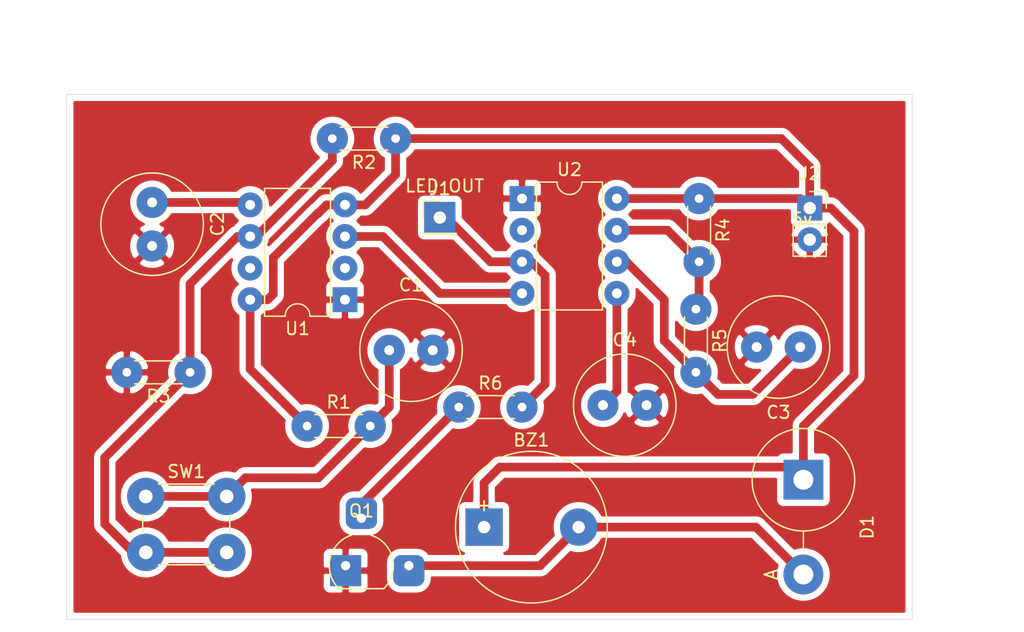
<source format=kicad_pcb>
(kicad_pcb (version 20171130) (host pcbnew 5.1.7-a382d34a8~87~ubuntu18.04.1)

  (general
    (thickness 1.6)
    (drawings 8)
    (tracks 79)
    (zones 0)
    (modules 18)
    (nets 13)
  )

  (page A4)
  (layers
    (0 F.Cu signal)
    (31 B.Cu signal)
    (32 B.Adhes user)
    (33 F.Adhes user)
    (34 B.Paste user)
    (35 F.Paste user)
    (36 B.SilkS user)
    (37 F.SilkS user)
    (38 B.Mask user)
    (39 F.Mask user)
    (40 Dwgs.User user)
    (41 Cmts.User user)
    (42 Eco1.User user)
    (43 Eco2.User user)
    (44 Edge.Cuts user)
    (45 Margin user)
    (46 B.CrtYd user)
    (47 F.CrtYd user)
    (48 B.Fab user)
    (49 F.Fab user)
  )

  (setup
    (last_trace_width 0.7)
    (user_trace_width 0.381)
    (user_trace_width 0.508)
    (user_trace_width 0.7)
    (trace_clearance 0.2)
    (zone_clearance 0.508)
    (zone_45_only no)
    (trace_min 0.2)
    (via_size 0.8)
    (via_drill 0.4)
    (via_min_size 0.4)
    (via_min_drill 0.3)
    (uvia_size 0.3)
    (uvia_drill 0.1)
    (uvias_allowed no)
    (uvia_min_size 0.2)
    (uvia_min_drill 0.1)
    (edge_width 0.05)
    (segment_width 0.2)
    (pcb_text_width 0.3)
    (pcb_text_size 1.5 1.5)
    (mod_edge_width 0.12)
    (mod_text_size 1 1)
    (mod_text_width 0.15)
    (pad_size 2.5 2.5)
    (pad_drill 0.7)
    (pad_to_mask_clearance 0)
    (aux_axis_origin 0 0)
    (visible_elements 7FFFFFFF)
    (pcbplotparams
      (layerselection 0x01000_7fffffff)
      (usegerberextensions false)
      (usegerberattributes true)
      (usegerberadvancedattributes true)
      (creategerberjobfile true)
      (excludeedgelayer false)
      (linewidth 0.100000)
      (plotframeref false)
      (viasonmask false)
      (mode 1)
      (useauxorigin false)
      (hpglpennumber 1)
      (hpglpenspeed 20)
      (hpglpendiameter 15.000000)
      (psnegative false)
      (psa4output false)
      (plotreference true)
      (plotvalue true)
      (plotinvisibletext false)
      (padsonsilk false)
      (subtractmaskfromsilk false)
      (outputformat 4)
      (mirror true)
      (drillshape 1)
      (scaleselection 1)
      (outputdirectory "./pdf/"))
  )

  (net 0 "")
  (net 1 GND)
  (net 2 "Net-(C1-Pad1)")
  (net 3 VCC)
  (net 4 OUT)
  (net 5 OUT1)
  (net 6 "Net-(BZ1-Pad2)")
  (net 7 /CTRL1)
  (net 8 /THR2)
  (net 9 /CTRL2)
  (net 10 /THR1)
  (net 11 /DIS2)
  (net 12 "Net-(Q1-Pad2)")

  (net_class Default "This is the default net class."
    (clearance 0.2)
    (trace_width 0.25)
    (via_dia 0.8)
    (via_drill 0.4)
    (uvia_dia 0.3)
    (uvia_drill 0.1)
  )

  (net_class homemade ""
    (clearance 0.508)
    (trace_width 0.508)
    (via_dia 0.8)
    (via_drill 0.4)
    (uvia_dia 0.3)
    (uvia_drill 0.1)
  )

  (net_class homemade2 ""
    (clearance 0.508)
    (trace_width 0.7)
    (via_dia 0.8)
    (via_drill 0.4)
    (uvia_dia 0.3)
    (uvia_drill 0.1)
    (add_net /CTRL1)
    (add_net /CTRL2)
    (add_net /DIS2)
    (add_net /THR1)
    (add_net /THR2)
    (add_net GND)
    (add_net "Net-(BZ1-Pad2)")
    (add_net "Net-(C1-Pad1)")
    (add_net "Net-(Q1-Pad2)")
    (add_net OUT)
    (add_net OUT1)
    (add_net VCC)
  )

  (module Package_DIP:DIP-8_W7.62mm (layer F.Cu) (tedit 5F99A797) (tstamp 5F8B7726)
    (at 238.252 32.766 180)
    (descr "8-lead though-hole mounted DIP package, row spacing 7.62 mm (300 mils)")
    (tags "THT DIP DIL PDIP 2.54mm 7.62mm 300mil")
    (path /5F8B1729)
    (fp_text reference U1 (at 3.81 -2.33) (layer F.SilkS)
      (effects (font (size 1 1) (thickness 0.15)))
    )
    (fp_text value TLC555xP (at 3.81 9.95) (layer F.Fab)
      (effects (font (size 1 1) (thickness 0.15)))
    )
    (fp_line (start 1.635 -1.27) (end 6.985 -1.27) (layer F.Fab) (width 0.1))
    (fp_line (start 6.985 -1.27) (end 6.985 8.89) (layer F.Fab) (width 0.1))
    (fp_line (start 6.985 8.89) (end 0.635 8.89) (layer F.Fab) (width 0.1))
    (fp_line (start 0.635 8.89) (end 0.635 -0.27) (layer F.Fab) (width 0.1))
    (fp_line (start 0.635 -0.27) (end 1.635 -1.27) (layer F.Fab) (width 0.1))
    (fp_line (start 2.81 -1.33) (end 1.16 -1.33) (layer F.SilkS) (width 0.12))
    (fp_line (start 1.16 -1.33) (end 1.16 8.95) (layer F.SilkS) (width 0.12))
    (fp_line (start 1.16 8.95) (end 6.46 8.95) (layer F.SilkS) (width 0.12))
    (fp_line (start 6.46 8.95) (end 6.46 -1.33) (layer F.SilkS) (width 0.12))
    (fp_line (start 6.46 -1.33) (end 4.81 -1.33) (layer F.SilkS) (width 0.12))
    (fp_line (start -1.1 -1.55) (end -1.1 9.15) (layer F.CrtYd) (width 0.05))
    (fp_line (start -1.1 9.15) (end 8.7 9.15) (layer F.CrtYd) (width 0.05))
    (fp_line (start 8.7 9.15) (end 8.7 -1.55) (layer F.CrtYd) (width 0.05))
    (fp_line (start 8.7 -1.55) (end -1.1 -1.55) (layer F.CrtYd) (width 0.05))
    (fp_text user %R (at 3.81 3.81) (layer F.Fab)
      (effects (font (size 1 1) (thickness 0.15)))
    )
    (fp_arc (start 3.81 -1.33) (end 2.81 -1.33) (angle -180) (layer F.SilkS) (width 0.12))
    (pad 8 thru_hole oval (at 7.62 0 180) (size 2 2) (drill 0.8) (layers *.Cu *.Mask)
      (net 3 VCC))
    (pad 4 thru_hole oval (at 0 7.62 180) (size 2 2) (drill 0.8) (layers *.Cu *.Mask)
      (net 3 VCC))
    (pad 7 thru_hole oval (at 7.62 2.54 180) (size 2 2) (drill 0.8) (layers *.Cu *.Mask))
    (pad 3 thru_hole oval (at 0 5.08 180) (size 2 2) (drill 0.8) (layers *.Cu *.Mask)
      (net 5 OUT1))
    (pad 6 thru_hole oval (at 7.62 5.08 180) (size 2 2) (drill 0.8) (layers *.Cu *.Mask)
      (net 10 /THR1))
    (pad 2 thru_hole oval (at 0 2.54 180) (size 2 2) (drill 0.8) (layers *.Cu *.Mask)
      (net 10 /THR1))
    (pad 5 thru_hole oval (at 7.62 7.62 180) (size 2 2) (drill 0.8) (layers *.Cu *.Mask)
      (net 7 /CTRL1))
    (pad 1 thru_hole rect (at 0 0 180) (size 2 2) (drill 0.8) (layers *.Cu *.Mask)
      (net 1 GND))
    (model ${KISYS3DMOD}/Package_DIP.3dshapes/DIP-8_W7.62mm.wrl
      (at (xyz 0 0 0))
      (scale (xyz 1 1 1))
      (rotate (xyz 0 0 0))
    )
  )

  (module Buzzer_Beeper:MagneticBuzzer_ProSignal_ABI-010-RC (layer F.Cu) (tedit 5F99A784) (tstamp 5F99B94F)
    (at 249.428 51.054)
    (descr "Buzzer, Elektromagnetic Beeper, Summer, 12V-DC,")
    (tags "Pro Signal ABI-010-RC ")
    (path /5F996F1B)
    (fp_text reference BZ1 (at 3.8 -7) (layer F.SilkS)
      (effects (font (size 1 1) (thickness 0.15)))
    )
    (fp_text value Buzzer (at 3.8 7) (layer F.Fab)
      (effects (font (size 1 1) (thickness 0.15)))
    )
    (fp_text user %R (at 3.8 -7) (layer F.Fab)
      (effects (font (size 1 1) (thickness 0.15)))
    )
    (fp_text user + (at 0 -1.8) (layer F.SilkS)
      (effects (font (size 1 1) (thickness 0.15)))
    )
    (fp_text user + (at 0 -1.8) (layer F.Fab)
      (effects (font (size 1 1) (thickness 0.15)))
    )
    (fp_circle (center 3.8 0) (end 9.8 0) (layer F.Fab) (width 0.1))
    (fp_circle (center 3.8 0) (end 9.9 0) (layer F.SilkS) (width 0.12))
    (fp_circle (center 3.8 0) (end 5.1 0.5) (layer F.Fab) (width 0.1))
    (fp_circle (center 3.8 0) (end 10.05 0) (layer F.CrtYd) (width 0.05))
    (pad 2 thru_hole circle (at 7.6 0) (size 3 3) (drill 1) (layers *.Cu *.Mask)
      (net 6 "Net-(BZ1-Pad2)"))
    (pad 1 thru_hole rect (at 0 0) (size 3 3) (drill 1) (layers *.Cu *.Mask)
      (net 3 VCC))
    (model ${KISYS3DMOD}/Buzzer_Beeper.3dshapes/MagneticBuzzer_ProSignal_ABI-010-RC.wrl
      (at (xyz 0 0 0))
      (scale (xyz 1 1 1))
      (rotate (xyz 0 0 0))
    )
  )

  (module leddriver:TO-92_HandSolder_Large_Pad (layer F.Cu) (tedit 5F81B750) (tstamp 5F909C3F)
    (at 238.3028 54.1528)
    (descr "TO-92 leads molded, narrow, drill 0.75mm, handsoldering variant with enlarged pads (see NXP sot054_po.pdf)")
    (tags "to-92 sc-43 sc-43a sot54 PA33 transistor")
    (path /5F99A019)
    (fp_text reference Q1 (at 1.27 -4.4) (layer F.SilkS)
      (effects (font (size 1 1) (thickness 0.15)))
    )
    (fp_text value 2N3904 (at 1.27 2.79) (layer F.Fab)
      (effects (font (size 1 1) (thickness 0.15)))
    )
    (fp_line (start -0.53 1.85) (end 3.07 1.85) (layer F.SilkS) (width 0.12))
    (fp_line (start -0.5 1.75) (end 3 1.75) (layer F.Fab) (width 0.1))
    (fp_line (start -1.46 -5.588) (end 6.35 -5.588) (layer F.CrtYd) (width 0.05))
    (fp_line (start -1.46 -5.588) (end -1.46 2.01) (layer F.CrtYd) (width 0.05))
    (fp_line (start 6.35 2.01) (end 6.35 -5.588) (layer F.CrtYd) (width 0.05))
    (fp_line (start 6.35 2.01) (end -1.46 2.01) (layer F.CrtYd) (width 0.05))
    (fp_text user %R (at 1.27 0) (layer F.Fab)
      (effects (font (size 1 1) (thickness 0.15)))
    )
    (fp_arc (start 1.27 -0.06) (end 1.27 -2.54) (angle 135) (layer F.Fab) (width 0.1))
    (fp_arc (start 1.27 0) (end 0.45 -2.45) (angle -116.9632683) (layer F.SilkS) (width 0.12))
    (fp_arc (start 1.27 0) (end 1.27 -2.48) (angle -135) (layer F.Fab) (width 0.1))
    (fp_arc (start 1.27 0) (end 2.05 -2.45) (angle 117.6433766) (layer F.SilkS) (width 0.12))
    (pad 2 thru_hole roundrect (at 1.27 -3.81) (size 2.5 2.5) (drill 0.75 (offset 0 -0.4)) (layers *.Cu *.Mask) (roundrect_rratio 0.25)
      (net 12 "Net-(Q1-Pad2)"))
    (pad 3 thru_hole roundrect (at 5.08 0) (size 2.5 2.5) (drill 0.75 (offset 0 0.4)) (layers *.Cu *.Mask) (roundrect_rratio 0.25)
      (net 6 "Net-(BZ1-Pad2)"))
    (pad 1 thru_hole rect (at 0 0) (size 2.5 2.5) (drill 0.75 (offset 0 0.4)) (layers *.Cu *.Mask)
      (net 1 GND))
    (model ${KISYS3DMOD}/Package_TO_SOT_THT.3dshapes/TO-92.wrl
      (at (xyz 0 0 0))
      (scale (xyz 1 1 1))
      (rotate (xyz 0 0 0))
    )
  )

  (module Capacitor_THT:C_Radial_D8.0mm_H7.0mm_P3.50mm (layer F.Cu) (tedit 5F99A6F1) (tstamp 5F905324)
    (at 258.9784 41.2496)
    (descr "C, Radial series, Radial, pin pitch=3.50mm, diameter=8mm, height=7mm, Non-Polar Electrolytic Capacitor")
    (tags "C Radial series Radial pin pitch 3.50mm diameter 8mm height 7mm Non-Polar Electrolytic Capacitor")
    (path /5F91CC75)
    (fp_text reference C4 (at 1.75 -5.25) (layer F.SilkS)
      (effects (font (size 1 1) (thickness 0.15)))
    )
    (fp_text value .01uF (at 1.75 5.25) (layer F.Fab)
      (effects (font (size 1 1) (thickness 0.15)))
    )
    (fp_text user %R (at 1.75 0) (layer F.Fab)
      (effects (font (size 1 1) (thickness 0.15)))
    )
    (fp_circle (center 1.75 0) (end 5.75 0) (layer F.Fab) (width 0.1))
    (fp_circle (center 1.75 0) (end 5.87 0) (layer F.SilkS) (width 0.12))
    (fp_circle (center 1.75 0) (end 6 0) (layer F.CrtYd) (width 0.05))
    (pad 2 thru_hole circle (at 3.5 0) (size 2.5 2.5) (drill 0.8) (layers *.Cu *.Mask)
      (net 1 GND))
    (pad 1 thru_hole circle (at 0 0) (size 2.5 2.5) (drill 0.8) (layers *.Cu *.Mask)
      (net 9 /CTRL2))
    (model ${KISYS3DMOD}/Capacitor_THT.3dshapes/C_Radial_D8.0mm_H7.0mm_P3.50mm.wrl
      (at (xyz 0 0 0))
      (scale (xyz 1 1 1))
      (rotate (xyz 0 0 0))
    )
  )

  (module Package_DIP:DIP-8_W7.62mm (layer F.Cu) (tedit 5F99A52F) (tstamp 5F905450)
    (at 252.476 24.638)
    (descr "8-lead though-hole mounted DIP package, row spacing 7.62 mm (300 mils)")
    (tags "THT DIP DIL PDIP 2.54mm 7.62mm 300mil")
    (path /5F901CFE)
    (fp_text reference U2 (at 3.81 -2.33) (layer F.SilkS)
      (effects (font (size 1 1) (thickness 0.15)))
    )
    (fp_text value TLC555xP (at 3.81 9.95) (layer F.Fab)
      (effects (font (size 1 1) (thickness 0.15)))
    )
    (fp_line (start 1.635 -1.27) (end 6.985 -1.27) (layer F.Fab) (width 0.1))
    (fp_line (start 6.985 -1.27) (end 6.985 8.89) (layer F.Fab) (width 0.1))
    (fp_line (start 6.985 8.89) (end 0.635 8.89) (layer F.Fab) (width 0.1))
    (fp_line (start 0.635 8.89) (end 0.635 -0.27) (layer F.Fab) (width 0.1))
    (fp_line (start 0.635 -0.27) (end 1.635 -1.27) (layer F.Fab) (width 0.1))
    (fp_line (start 2.81 -1.33) (end 1.16 -1.33) (layer F.SilkS) (width 0.12))
    (fp_line (start 1.16 -1.33) (end 1.16 8.95) (layer F.SilkS) (width 0.12))
    (fp_line (start 1.16 8.95) (end 6.46 8.95) (layer F.SilkS) (width 0.12))
    (fp_line (start 6.46 8.95) (end 6.46 -1.33) (layer F.SilkS) (width 0.12))
    (fp_line (start 6.46 -1.33) (end 4.81 -1.33) (layer F.SilkS) (width 0.12))
    (fp_line (start -1.1 -1.55) (end -1.1 9.15) (layer F.CrtYd) (width 0.05))
    (fp_line (start -1.1 9.15) (end 8.7 9.15) (layer F.CrtYd) (width 0.05))
    (fp_line (start 8.7 9.15) (end 8.7 -1.55) (layer F.CrtYd) (width 0.05))
    (fp_line (start 8.7 -1.55) (end -1.1 -1.55) (layer F.CrtYd) (width 0.05))
    (fp_arc (start 3.81 -1.33) (end 2.81 -1.33) (angle -180) (layer F.SilkS) (width 0.12))
    (pad 8 thru_hole oval (at 7.62 0) (size 2 2) (drill 0.8) (layers *.Cu *.Mask)
      (net 3 VCC))
    (pad 4 thru_hole oval (at 0 7.62) (size 2 2) (drill 0.8) (layers *.Cu *.Mask)
      (net 5 OUT1))
    (pad 7 thru_hole oval (at 7.62 2.54) (size 2 2) (drill 0.8) (layers *.Cu *.Mask)
      (net 11 /DIS2))
    (pad 3 thru_hole oval (at 0 5.08) (size 2 2) (drill 0.8) (layers *.Cu *.Mask)
      (net 4 OUT))
    (pad 6 thru_hole oval (at 7.62 5.08) (size 2 2) (drill 0.8) (layers *.Cu *.Mask)
      (net 8 /THR2))
    (pad 2 thru_hole oval (at 0 2.54) (size 2 2) (drill 0.8) (layers *.Cu *.Mask)
      (net 8 /THR2))
    (pad 5 thru_hole oval (at 7.62 7.62) (size 2 2) (drill 0.8) (layers *.Cu *.Mask)
      (net 9 /CTRL2))
    (pad 1 thru_hole rect (at 0 0) (size 2 2) (drill 0.8) (layers *.Cu *.Mask)
      (net 1 GND))
    (model ${KISYS3DMOD}/Package_DIP.3dshapes/DIP-8_W7.62mm.wrl
      (at (xyz 0 0 0))
      (scale (xyz 1 1 1))
      (rotate (xyz 0 0 0))
    )
  )

  (module Connector_PinHeader_2.54mm:PinHeader_1x01_P2.54mm_Vertical (layer F.Cu) (tedit 5F99A7C7) (tstamp 5F906D05)
    (at 245.872 26.162)
    (descr "Through hole straight pin header, 1x01, 2.54mm pitch, single row")
    (tags "Through hole pin header THT 1x01 2.54mm single row")
    (path /5F9568D2)
    (fp_text reference J1 (at 0 -2.33) (layer F.SilkS)
      (effects (font (size 1 1) (thickness 0.15)))
    )
    (fp_text value Conn_01x01_Male (at 0 2.33) (layer F.Fab)
      (effects (font (size 1 1) (thickness 0.15)))
    )
    (fp_line (start -0.635 -1.27) (end 1.27 -1.27) (layer F.Fab) (width 0.1))
    (fp_line (start 1.27 -1.27) (end 1.27 1.27) (layer F.Fab) (width 0.1))
    (fp_line (start 1.27 1.27) (end -1.27 1.27) (layer F.Fab) (width 0.1))
    (fp_line (start -1.27 1.27) (end -1.27 -0.635) (layer F.Fab) (width 0.1))
    (fp_line (start -1.27 -0.635) (end -0.635 -1.27) (layer F.Fab) (width 0.1))
    (fp_line (start -1.33 1.33) (end 1.33 1.33) (layer F.SilkS) (width 0.12))
    (fp_line (start -1.33 1.27) (end -1.33 1.33) (layer F.SilkS) (width 0.12))
    (fp_line (start 1.33 1.27) (end 1.33 1.33) (layer F.SilkS) (width 0.12))
    (fp_line (start -1.33 1.27) (end 1.33 1.27) (layer F.SilkS) (width 0.12))
    (fp_line (start -1.33 0) (end -1.33 -1.33) (layer F.SilkS) (width 0.12))
    (fp_line (start -1.33 -1.33) (end 0 -1.33) (layer F.SilkS) (width 0.12))
    (fp_line (start -1.8 -1.8) (end -1.8 1.8) (layer F.CrtYd) (width 0.05))
    (fp_line (start -1.8 1.8) (end 1.8 1.8) (layer F.CrtYd) (width 0.05))
    (fp_line (start 1.8 1.8) (end 1.8 -1.8) (layer F.CrtYd) (width 0.05))
    (fp_line (start 1.8 -1.8) (end -1.8 -1.8) (layer F.CrtYd) (width 0.05))
    (fp_text user %R (at 0 0 90) (layer F.Fab)
      (effects (font (size 1 1) (thickness 0.15)))
    )
    (pad 1 thru_hole rect (at 0 0) (size 2.5 2.5) (drill 1) (layers *.Cu *.Mask)
      (net 4 OUT))
    (model ${KISYS3DMOD}/Connector_PinHeader_2.54mm.3dshapes/PinHeader_1x01_P2.54mm_Vertical.wrl
      (at (xyz 0 0 0))
      (scale (xyz 1 1 1))
      (rotate (xyz 0 0 0))
    )
  )

  (module Capacitor_THT:C_Radial_D8.0mm_H7.0mm_P3.50mm (layer F.Cu) (tedit 5F99A7AC) (tstamp 5F904E17)
    (at 241.808 36.83)
    (descr "C, Radial series, Radial, pin pitch=3.50mm, diameter=8mm, height=7mm, Non-Polar Electrolytic Capacitor")
    (tags "C Radial series Radial pin pitch 3.50mm diameter 8mm height 7mm Non-Polar Electrolytic Capacitor")
    (path /5F8F7B70)
    (fp_text reference C1 (at 1.75 -5.25) (layer F.SilkS)
      (effects (font (size 1 1) (thickness 0.15)))
    )
    (fp_text value 1uF (at 1.75 5.25) (layer F.Fab)
      (effects (font (size 1 1) (thickness 0.15)))
    )
    (fp_text user %R (at 1.75 0) (layer F.Fab)
      (effects (font (size 1 1) (thickness 0.15)))
    )
    (fp_circle (center 1.75 0) (end 5.75 0) (layer F.Fab) (width 0.1))
    (fp_circle (center 1.75 0) (end 5.87 0) (layer F.SilkS) (width 0.12))
    (fp_circle (center 1.75 0) (end 6 0) (layer F.CrtYd) (width 0.05))
    (pad 2 thru_hole circle (at 3.5 0) (size 2.5 2.5) (drill 0.8) (layers *.Cu *.Mask)
      (net 1 GND))
    (pad 1 thru_hole circle (at 0 0) (size 2.5 2.5) (drill 0.8) (layers *.Cu *.Mask)
      (net 2 "Net-(C1-Pad1)"))
    (model ${KISYS3DMOD}/Capacitor_THT.3dshapes/C_Radial_D8.0mm_H7.0mm_P3.50mm.wrl
      (at (xyz 0 0 0))
      (scale (xyz 1 1 1))
      (rotate (xyz 0 0 0))
    )
  )

  (module Connector_PinSocket_2.54mm:PinSocket_1x02_P2.54mm_Vertical (layer F.Cu) (tedit 5F99A715) (tstamp 5F906D3B)
    (at 275.59 25.4)
    (descr "Through hole straight socket strip, 1x02, 2.54mm pitch, single row (from Kicad 4.0.7), script generated")
    (tags "Through hole socket strip THT 1x02 2.54mm single row")
    (path /5F9522AD)
    (fp_text reference J2 (at 0 -2.77) (layer F.SilkS)
      (effects (font (size 1 1) (thickness 0.15)))
    )
    (fp_text value Conn_01x02_Male (at 5.334 0.889 90) (layer F.Fab) hide
      (effects (font (size 1 1) (thickness 0.15)))
    )
    (fp_line (start -1.27 -1.27) (end 0.635 -1.27) (layer F.Fab) (width 0.1))
    (fp_line (start 0.635 -1.27) (end 1.27 -0.635) (layer F.Fab) (width 0.1))
    (fp_line (start 1.27 -0.635) (end 1.27 3.81) (layer F.Fab) (width 0.1))
    (fp_line (start 1.27 3.81) (end -1.27 3.81) (layer F.Fab) (width 0.1))
    (fp_line (start -1.27 3.81) (end -1.27 -1.27) (layer F.Fab) (width 0.1))
    (fp_line (start -1.33 1.27) (end 1.33 1.27) (layer F.SilkS) (width 0.12))
    (fp_line (start -1.33 1.27) (end -1.33 3.87) (layer F.SilkS) (width 0.12))
    (fp_line (start -1.33 3.87) (end 1.33 3.87) (layer F.SilkS) (width 0.12))
    (fp_line (start 1.33 1.27) (end 1.33 3.87) (layer F.SilkS) (width 0.12))
    (fp_line (start 1.33 -1.33) (end 1.33 0) (layer F.SilkS) (width 0.12))
    (fp_line (start 0 -1.33) (end 1.33 -1.33) (layer F.SilkS) (width 0.12))
    (fp_line (start -1.8 -1.8) (end 1.75 -1.8) (layer F.CrtYd) (width 0.05))
    (fp_line (start 1.75 -1.8) (end 1.75 4.3) (layer F.CrtYd) (width 0.05))
    (fp_line (start 1.75 4.3) (end -1.8 4.3) (layer F.CrtYd) (width 0.05))
    (fp_line (start -1.8 4.3) (end -1.8 -1.8) (layer F.CrtYd) (width 0.05))
    (fp_text user %R (at 0 1.27 90) (layer F.Fab)
      (effects (font (size 1 1) (thickness 0.15)))
    )
    (pad 2 thru_hole oval (at 0 2.54) (size 2 2) (drill 1) (layers *.Cu *.Mask)
      (net 1 GND))
    (pad 1 thru_hole rect (at 0 0) (size 2 2) (drill 1) (layers *.Cu *.Mask)
      (net 3 VCC))
    (model ${KISYS3DMOD}/Connector_PinSocket_2.54mm.3dshapes/PinSocket_1x02_P2.54mm_Vertical.wrl
      (at (xyz 0 0 0))
      (scale (xyz 1 1 1))
      (rotate (xyz 0 0 0))
    )
  )

  (module Capacitor_THT:C_Radial_D8.0mm_H7.0mm_P3.50mm (layer F.Cu) (tedit 5F99A618) (tstamp 5F90530F)
    (at 274.828 36.576 180)
    (descr "C, Radial series, Radial, pin pitch=3.50mm, diameter=8mm, height=7mm, Non-Polar Electrolytic Capacitor")
    (tags "C Radial series Radial pin pitch 3.50mm diameter 8mm height 7mm Non-Polar Electrolytic Capacitor")
    (path /5F90BC33)
    (fp_text reference C3 (at 1.75 -5.25) (layer F.SilkS)
      (effects (font (size 1 1) (thickness 0.15)))
    )
    (fp_text value 4.7uF (at 1.75 5.25) (layer F.Fab)
      (effects (font (size 1 1) (thickness 0.15)))
    )
    (fp_text user %R (at 1.75 0) (layer F.Fab)
      (effects (font (size 1 1) (thickness 0.15)))
    )
    (fp_circle (center 1.75 0) (end 5.75 0) (layer F.Fab) (width 0.1))
    (fp_circle (center 1.75 0) (end 5.87 0) (layer F.SilkS) (width 0.12))
    (fp_circle (center 1.75 0) (end 6 0) (layer F.CrtYd) (width 0.05))
    (pad 2 thru_hole circle (at 3.5 0 180) (size 2.5 2.5) (drill 0.8) (layers *.Cu *.Mask)
      (net 1 GND))
    (pad 1 thru_hole circle (at 0 0 180) (size 2.5 2.5) (drill 0.8) (layers *.Cu *.Mask)
      (net 8 /THR2))
    (model ${KISYS3DMOD}/Capacitor_THT.3dshapes/C_Radial_D8.0mm_H7.0mm_P3.50mm.wrl
      (at (xyz 0 0 0))
      (scale (xyz 1 1 1))
      (rotate (xyz 0 0 0))
    )
  )

  (module Diode_THT:D_5KPW_P7.62mm_Vertical_AnodeUp (layer F.Cu) (tedit 5AE50CD5) (tstamp 5F91693C)
    (at 275.082 47.244 270)
    (descr "Diode, 5KPW series, Axial, Vertical, pin pitch=7.62mm, , length*diameter=9*8mm^2, , http://www.diodes.com/_files/packages/8686949.gif")
    (tags "Diode 5KPW series Axial Vertical pin pitch 7.62mm  length 9mm diameter 8mm")
    (path /5F93D059)
    (fp_text reference D1 (at 3.81 -5.12 90) (layer F.SilkS)
      (effects (font (size 1 1) (thickness 0.15)))
    )
    (fp_text value D (at 3.81 5.12 90) (layer F.Fab)
      (effects (font (size 1 1) (thickness 0.15)))
    )
    (fp_line (start 9.47 -4.25) (end -4.25 -4.25) (layer F.CrtYd) (width 0.05))
    (fp_line (start 9.47 4.25) (end 9.47 -4.25) (layer F.CrtYd) (width 0.05))
    (fp_line (start -4.25 4.25) (end 9.47 4.25) (layer F.CrtYd) (width 0.05))
    (fp_line (start -4.25 -4.25) (end -4.25 4.25) (layer F.CrtYd) (width 0.05))
    (fp_line (start 4.12 0) (end 5.72 0) (layer F.SilkS) (width 0.12))
    (fp_line (start 0 0) (end 7.62 0) (layer F.Fab) (width 0.1))
    (fp_circle (center 0 0) (end 4.12 0) (layer F.SilkS) (width 0.12))
    (fp_circle (center 0 0) (end 4 0) (layer F.Fab) (width 0.1))
    (fp_text user A (at 7.62 2.6 90) (layer F.SilkS)
      (effects (font (size 1 1) (thickness 0.15)))
    )
    (fp_text user A (at 7.62 2.6 90) (layer F.Fab)
      (effects (font (size 1 1) (thickness 0.15)))
    )
    (fp_text user %R (at 0 -2.1 90) (layer F.Fab)
      (effects (font (size 1 1) (thickness 0.15)))
    )
    (pad 2 thru_hole oval (at 7.62 0 270) (size 3.2 3.2) (drill 1.6) (layers *.Cu *.Mask)
      (net 6 "Net-(BZ1-Pad2)"))
    (pad 1 thru_hole rect (at 0 0 270) (size 3.2 3.2) (drill 1.6) (layers *.Cu *.Mask)
      (net 3 VCC))
    (model ${KISYS3DMOD}/Diode_THT.3dshapes/D_5KPW_P7.62mm_Vertical_AnodeUp.wrl
      (at (xyz 0 0 0))
      (scale (xyz 1 1 1))
      (rotate (xyz 0 0 0))
    )
  )

  (module Resistor_THT:R_Axial_DIN0204_L3.6mm_D1.6mm_P5.08mm_Horizontal (layer F.Cu) (tedit 5F99A6E7) (tstamp 5F94C652)
    (at 247.396 41.402)
    (descr "Resistor, Axial_DIN0204 series, Axial, Horizontal, pin pitch=5.08mm, 0.167W, length*diameter=3.6*1.6mm^2, http://cdn-reichelt.de/documents/datenblatt/B400/1_4W%23YAG.pdf")
    (tags "Resistor Axial_DIN0204 series Axial Horizontal pin pitch 5.08mm 0.167W length 3.6mm diameter 1.6mm")
    (path /5F949B69)
    (fp_text reference R6 (at 2.54 -1.92) (layer F.SilkS)
      (effects (font (size 1 1) (thickness 0.15)))
    )
    (fp_text value 1k (at 2.54 1.92) (layer F.Fab)
      (effects (font (size 1 1) (thickness 0.15)))
    )
    (fp_text user %R (at 2.54 0) (layer F.Fab)
      (effects (font (size 0.72 0.72) (thickness 0.108)))
    )
    (fp_line (start 0.74 -0.8) (end 0.74 0.8) (layer F.Fab) (width 0.1))
    (fp_line (start 0.74 0.8) (end 4.34 0.8) (layer F.Fab) (width 0.1))
    (fp_line (start 4.34 0.8) (end 4.34 -0.8) (layer F.Fab) (width 0.1))
    (fp_line (start 4.34 -0.8) (end 0.74 -0.8) (layer F.Fab) (width 0.1))
    (fp_line (start 0 0) (end 0.74 0) (layer F.Fab) (width 0.1))
    (fp_line (start 5.08 0) (end 4.34 0) (layer F.Fab) (width 0.1))
    (fp_line (start 0.62 -0.92) (end 4.46 -0.92) (layer F.SilkS) (width 0.12))
    (fp_line (start 0.62 0.92) (end 4.46 0.92) (layer F.SilkS) (width 0.12))
    (fp_line (start -0.95 -1.05) (end -0.95 1.05) (layer F.CrtYd) (width 0.05))
    (fp_line (start -0.95 1.05) (end 6.03 1.05) (layer F.CrtYd) (width 0.05))
    (fp_line (start 6.03 1.05) (end 6.03 -1.05) (layer F.CrtYd) (width 0.05))
    (fp_line (start 6.03 -1.05) (end -0.95 -1.05) (layer F.CrtYd) (width 0.05))
    (pad 2 thru_hole oval (at 5.08 0) (size 2.5 2.5) (drill 0.7) (layers *.Cu *.Mask)
      (net 4 OUT))
    (pad 1 thru_hole circle (at 0 0) (size 2.5 2.5) (drill 0.7) (layers *.Cu *.Mask)
      (net 12 "Net-(Q1-Pad2)"))
    (model ${KISYS3DMOD}/Resistor_THT.3dshapes/R_Axial_DIN0204_L3.6mm_D1.6mm_P5.08mm_Horizontal.wrl
      (at (xyz 0 0 0))
      (scale (xyz 1 1 1))
      (rotate (xyz 0 0 0))
    )
  )

  (module Resistor_THT:R_Axial_DIN0204_L3.6mm_D1.6mm_P5.08mm_Horizontal (layer F.Cu) (tedit 5F99A740) (tstamp 5F9053C2)
    (at 266.446 33.528 270)
    (descr "Resistor, Axial_DIN0204 series, Axial, Horizontal, pin pitch=5.08mm, 0.167W, length*diameter=3.6*1.6mm^2, http://cdn-reichelt.de/documents/datenblatt/B400/1_4W%23YAG.pdf")
    (tags "Resistor Axial_DIN0204 series Axial Horizontal pin pitch 5.08mm 0.167W length 3.6mm diameter 1.6mm")
    (path /5F90A959)
    (fp_text reference R5 (at 2.54 -1.92 90) (layer F.SilkS)
      (effects (font (size 1 1) (thickness 0.15)))
    )
    (fp_text value 68k (at 2.54 1.92 90) (layer F.Fab)
      (effects (font (size 1 1) (thickness 0.15)))
    )
    (fp_text user %R (at 2.54 0 90) (layer F.Fab)
      (effects (font (size 0.72 0.72) (thickness 0.108)))
    )
    (fp_line (start 0.74 -0.8) (end 0.74 0.8) (layer F.Fab) (width 0.1))
    (fp_line (start 0.74 0.8) (end 4.34 0.8) (layer F.Fab) (width 0.1))
    (fp_line (start 4.34 0.8) (end 4.34 -0.8) (layer F.Fab) (width 0.1))
    (fp_line (start 4.34 -0.8) (end 0.74 -0.8) (layer F.Fab) (width 0.1))
    (fp_line (start 0 0) (end 0.74 0) (layer F.Fab) (width 0.1))
    (fp_line (start 5.08 0) (end 4.34 0) (layer F.Fab) (width 0.1))
    (fp_line (start 0.62 -0.92) (end 4.46 -0.92) (layer F.SilkS) (width 0.12))
    (fp_line (start 0.62 0.92) (end 4.46 0.92) (layer F.SilkS) (width 0.12))
    (fp_line (start -0.95 -1.05) (end -0.95 1.05) (layer F.CrtYd) (width 0.05))
    (fp_line (start -0.95 1.05) (end 6.03 1.05) (layer F.CrtYd) (width 0.05))
    (fp_line (start 6.03 1.05) (end 6.03 -1.05) (layer F.CrtYd) (width 0.05))
    (fp_line (start 6.03 -1.05) (end -0.95 -1.05) (layer F.CrtYd) (width 0.05))
    (pad 2 thru_hole oval (at 5.08 0 270) (size 2.5 2.5) (drill 0.7) (layers *.Cu *.Mask)
      (net 8 /THR2))
    (pad 1 thru_hole circle (at 0 0 270) (size 2.5 2.5) (drill 0.7) (layers *.Cu *.Mask)
      (net 11 /DIS2))
    (model ${KISYS3DMOD}/Resistor_THT.3dshapes/R_Axial_DIN0204_L3.6mm_D1.6mm_P5.08mm_Horizontal.wrl
      (at (xyz 0 0 0))
      (scale (xyz 1 1 1))
      (rotate (xyz 0 0 0))
    )
  )

  (module Resistor_THT:R_Axial_DIN0204_L3.6mm_D1.6mm_P5.08mm_Horizontal (layer F.Cu) (tedit 5F99A707) (tstamp 5F9053B3)
    (at 266.7 24.638 270)
    (descr "Resistor, Axial_DIN0204 series, Axial, Horizontal, pin pitch=5.08mm, 0.167W, length*diameter=3.6*1.6mm^2, http://cdn-reichelt.de/documents/datenblatt/B400/1_4W%23YAG.pdf")
    (tags "Resistor Axial_DIN0204 series Axial Horizontal pin pitch 5.08mm 0.167W length 3.6mm diameter 1.6mm")
    (path /5F90B146)
    (fp_text reference R4 (at 2.54 -1.92 90) (layer F.SilkS)
      (effects (font (size 1 1) (thickness 0.15)))
    )
    (fp_text value 68k (at 2.54 1.92 90) (layer F.Fab)
      (effects (font (size 1 1) (thickness 0.15)))
    )
    (fp_text user %R (at 2.54 0 90) (layer F.Fab)
      (effects (font (size 0.72 0.72) (thickness 0.108)))
    )
    (fp_line (start 0.74 -0.8) (end 0.74 0.8) (layer F.Fab) (width 0.1))
    (fp_line (start 0.74 0.8) (end 4.34 0.8) (layer F.Fab) (width 0.1))
    (fp_line (start 4.34 0.8) (end 4.34 -0.8) (layer F.Fab) (width 0.1))
    (fp_line (start 4.34 -0.8) (end 0.74 -0.8) (layer F.Fab) (width 0.1))
    (fp_line (start 0 0) (end 0.74 0) (layer F.Fab) (width 0.1))
    (fp_line (start 5.08 0) (end 4.34 0) (layer F.Fab) (width 0.1))
    (fp_line (start 0.62 -0.92) (end 4.46 -0.92) (layer F.SilkS) (width 0.12))
    (fp_line (start 0.62 0.92) (end 4.46 0.92) (layer F.SilkS) (width 0.12))
    (fp_line (start -0.95 -1.05) (end -0.95 1.05) (layer F.CrtYd) (width 0.05))
    (fp_line (start -0.95 1.05) (end 6.03 1.05) (layer F.CrtYd) (width 0.05))
    (fp_line (start 6.03 1.05) (end 6.03 -1.05) (layer F.CrtYd) (width 0.05))
    (fp_line (start 6.03 -1.05) (end -0.95 -1.05) (layer F.CrtYd) (width 0.05))
    (pad 2 thru_hole oval (at 5.08 0 270) (size 2.5 2.5) (drill 0.7) (layers *.Cu *.Mask)
      (net 11 /DIS2))
    (pad 1 thru_hole circle (at 0 0 270) (size 2.5 2.5) (drill 0.7) (layers *.Cu *.Mask)
      (net 3 VCC))
    (model ${KISYS3DMOD}/Resistor_THT.3dshapes/R_Axial_DIN0204_L3.6mm_D1.6mm_P5.08mm_Horizontal.wrl
      (at (xyz 0 0 0))
      (scale (xyz 1 1 1))
      (rotate (xyz 0 0 0))
    )
  )

  (module Resistor_THT:R_Axial_DIN0204_L3.6mm_D1.6mm_P5.08mm_Horizontal (layer F.Cu) (tedit 5F99A75F) (tstamp 5F904E70)
    (at 225.806 38.608 180)
    (descr "Resistor, Axial_DIN0204 series, Axial, Horizontal, pin pitch=5.08mm, 0.167W, length*diameter=3.6*1.6mm^2, http://cdn-reichelt.de/documents/datenblatt/B400/1_4W%23YAG.pdf")
    (tags "Resistor Axial_DIN0204 series Axial Horizontal pin pitch 5.08mm 0.167W length 3.6mm diameter 1.6mm")
    (path /5F8FCFDD)
    (fp_text reference R3 (at 2.54 -1.92) (layer F.SilkS)
      (effects (font (size 1 1) (thickness 0.15)))
    )
    (fp_text value 68k (at 2.54 1.92) (layer F.Fab)
      (effects (font (size 1 1) (thickness 0.15)))
    )
    (fp_text user %R (at 2.54 0) (layer F.Fab)
      (effects (font (size 0.72 0.72) (thickness 0.108)))
    )
    (fp_line (start 0.74 -0.8) (end 0.74 0.8) (layer F.Fab) (width 0.1))
    (fp_line (start 0.74 0.8) (end 4.34 0.8) (layer F.Fab) (width 0.1))
    (fp_line (start 4.34 0.8) (end 4.34 -0.8) (layer F.Fab) (width 0.1))
    (fp_line (start 4.34 -0.8) (end 0.74 -0.8) (layer F.Fab) (width 0.1))
    (fp_line (start 0 0) (end 0.74 0) (layer F.Fab) (width 0.1))
    (fp_line (start 5.08 0) (end 4.34 0) (layer F.Fab) (width 0.1))
    (fp_line (start 0.62 -0.92) (end 4.46 -0.92) (layer F.SilkS) (width 0.12))
    (fp_line (start 0.62 0.92) (end 4.46 0.92) (layer F.SilkS) (width 0.12))
    (fp_line (start -0.95 -1.05) (end -0.95 1.05) (layer F.CrtYd) (width 0.05))
    (fp_line (start -0.95 1.05) (end 6.03 1.05) (layer F.CrtYd) (width 0.05))
    (fp_line (start 6.03 1.05) (end 6.03 -1.05) (layer F.CrtYd) (width 0.05))
    (fp_line (start 6.03 -1.05) (end -0.95 -1.05) (layer F.CrtYd) (width 0.05))
    (pad 2 thru_hole oval (at 5.08 0 180) (size 2.5 2.5) (drill 0.7) (layers *.Cu *.Mask)
      (net 1 GND))
    (pad 1 thru_hole circle (at 0 0 180) (size 2.5 2.5) (drill 0.7) (layers *.Cu *.Mask)
      (net 10 /THR1))
    (model ${KISYS3DMOD}/Resistor_THT.3dshapes/R_Axial_DIN0204_L3.6mm_D1.6mm_P5.08mm_Horizontal.wrl
      (at (xyz 0 0 0))
      (scale (xyz 1 1 1))
      (rotate (xyz 0 0 0))
    )
  )

  (module Resistor_THT:R_Axial_DIN0204_L3.6mm_D1.6mm_P5.08mm_Horizontal (layer F.Cu) (tedit 5F99A7DF) (tstamp 5F908E0C)
    (at 242.316 19.812 180)
    (descr "Resistor, Axial_DIN0204 series, Axial, Horizontal, pin pitch=5.08mm, 0.167W, length*diameter=3.6*1.6mm^2, http://cdn-reichelt.de/documents/datenblatt/B400/1_4W%23YAG.pdf")
    (tags "Resistor Axial_DIN0204 series Axial Horizontal pin pitch 5.08mm 0.167W length 3.6mm diameter 1.6mm")
    (path /5F8FBB43)
    (fp_text reference R2 (at 2.54 -1.92) (layer F.SilkS)
      (effects (font (size 1 1) (thickness 0.15)))
    )
    (fp_text value 68k (at 2.54 1.92) (layer F.Fab)
      (effects (font (size 1 1) (thickness 0.15)))
    )
    (fp_text user %R (at 2.54 0) (layer F.Fab)
      (effects (font (size 0.72 0.72) (thickness 0.108)))
    )
    (fp_line (start 0.74 -0.8) (end 0.74 0.8) (layer F.Fab) (width 0.1))
    (fp_line (start 0.74 0.8) (end 4.34 0.8) (layer F.Fab) (width 0.1))
    (fp_line (start 4.34 0.8) (end 4.34 -0.8) (layer F.Fab) (width 0.1))
    (fp_line (start 4.34 -0.8) (end 0.74 -0.8) (layer F.Fab) (width 0.1))
    (fp_line (start 0 0) (end 0.74 0) (layer F.Fab) (width 0.1))
    (fp_line (start 5.08 0) (end 4.34 0) (layer F.Fab) (width 0.1))
    (fp_line (start 0.62 -0.92) (end 4.46 -0.92) (layer F.SilkS) (width 0.12))
    (fp_line (start 0.62 0.92) (end 4.46 0.92) (layer F.SilkS) (width 0.12))
    (fp_line (start -0.95 -1.05) (end -0.95 1.05) (layer F.CrtYd) (width 0.05))
    (fp_line (start -0.95 1.05) (end 6.03 1.05) (layer F.CrtYd) (width 0.05))
    (fp_line (start 6.03 1.05) (end 6.03 -1.05) (layer F.CrtYd) (width 0.05))
    (fp_line (start 6.03 -1.05) (end -0.95 -1.05) (layer F.CrtYd) (width 0.05))
    (pad 2 thru_hole oval (at 5.08 0 180) (size 2.5 2.5) (drill 0.7) (layers *.Cu *.Mask)
      (net 10 /THR1))
    (pad 1 thru_hole circle (at 0 0 180) (size 2.5 2.5) (drill 0.7) (layers *.Cu *.Mask)
      (net 3 VCC))
    (model ${KISYS3DMOD}/Resistor_THT.3dshapes/R_Axial_DIN0204_L3.6mm_D1.6mm_P5.08mm_Horizontal.wrl
      (at (xyz 0 0 0))
      (scale (xyz 1 1 1))
      (rotate (xyz 0 0 0))
    )
  )

  (module Resistor_THT:R_Axial_DIN0204_L3.6mm_D1.6mm_P5.08mm_Horizontal (layer F.Cu) (tedit 5F99A5E9) (tstamp 5F904E52)
    (at 235.204 42.926)
    (descr "Resistor, Axial_DIN0204 series, Axial, Horizontal, pin pitch=5.08mm, 0.167W, length*diameter=3.6*1.6mm^2, http://cdn-reichelt.de/documents/datenblatt/B400/1_4W%23YAG.pdf")
    (tags "Resistor Axial_DIN0204 series Axial Horizontal pin pitch 5.08mm 0.167W length 3.6mm diameter 1.6mm")
    (path /5F8F5299)
    (fp_text reference R1 (at 2.54 -1.92) (layer F.SilkS)
      (effects (font (size 1 1) (thickness 0.15)))
    )
    (fp_text value 68k (at 2.54 1.92) (layer F.Fab)
      (effects (font (size 1 1) (thickness 0.15)))
    )
    (fp_text user %R (at 2.54 0) (layer F.Fab)
      (effects (font (size 0.72 0.72) (thickness 0.108)))
    )
    (fp_line (start 0.74 -0.8) (end 0.74 0.8) (layer F.Fab) (width 0.1))
    (fp_line (start 0.74 0.8) (end 4.34 0.8) (layer F.Fab) (width 0.1))
    (fp_line (start 4.34 0.8) (end 4.34 -0.8) (layer F.Fab) (width 0.1))
    (fp_line (start 4.34 -0.8) (end 0.74 -0.8) (layer F.Fab) (width 0.1))
    (fp_line (start 0 0) (end 0.74 0) (layer F.Fab) (width 0.1))
    (fp_line (start 5.08 0) (end 4.34 0) (layer F.Fab) (width 0.1))
    (fp_line (start 0.62 -0.92) (end 4.46 -0.92) (layer F.SilkS) (width 0.12))
    (fp_line (start 0.62 0.92) (end 4.46 0.92) (layer F.SilkS) (width 0.12))
    (fp_line (start -0.95 -1.05) (end -0.95 1.05) (layer F.CrtYd) (width 0.05))
    (fp_line (start -0.95 1.05) (end 6.03 1.05) (layer F.CrtYd) (width 0.05))
    (fp_line (start 6.03 1.05) (end 6.03 -1.05) (layer F.CrtYd) (width 0.05))
    (fp_line (start 6.03 -1.05) (end -0.95 -1.05) (layer F.CrtYd) (width 0.05))
    (pad 2 thru_hole oval (at 5.08 0) (size 2.5 2.5) (drill 0.7) (layers *.Cu *.Mask)
      (net 2 "Net-(C1-Pad1)"))
    (pad 1 thru_hole circle (at 0 0) (size 2.5 2.5) (drill 0.7) (layers *.Cu *.Mask)
      (net 3 VCC))
    (model ${KISYS3DMOD}/Resistor_THT.3dshapes/R_Axial_DIN0204_L3.6mm_D1.6mm_P5.08mm_Horizontal.wrl
      (at (xyz 0 0 0))
      (scale (xyz 1 1 1))
      (rotate (xyz 0 0 0))
    )
  )

  (module Capacitor_THT:C_Radial_D8.0mm_H7.0mm_P3.50mm (layer F.Cu) (tedit 5F99A752) (tstamp 5F904E2C)
    (at 222.758 24.948 270)
    (descr "C, Radial series, Radial, pin pitch=3.50mm, diameter=8mm, height=7mm, Non-Polar Electrolytic Capacitor")
    (tags "C Radial series Radial pin pitch 3.50mm diameter 8mm height 7mm Non-Polar Electrolytic Capacitor")
    (path /5F9055D9)
    (fp_text reference C2 (at 1.75 -5.25 90) (layer F.SilkS)
      (effects (font (size 1 1) (thickness 0.15)))
    )
    (fp_text value .01uF (at 1.75 5.25 90) (layer F.Fab)
      (effects (font (size 1 1) (thickness 0.15)))
    )
    (fp_text user %R (at 1.75 0 90) (layer F.Fab)
      (effects (font (size 1 1) (thickness 0.15)))
    )
    (fp_circle (center 1.75 0) (end 5.75 0) (layer F.Fab) (width 0.1))
    (fp_circle (center 1.75 0) (end 5.87 0) (layer F.SilkS) (width 0.12))
    (fp_circle (center 1.75 0) (end 6 0) (layer F.CrtYd) (width 0.05))
    (pad 2 thru_hole circle (at 3.5 0 270) (size 2.5 2.5) (drill 0.8) (layers *.Cu *.Mask)
      (net 1 GND))
    (pad 1 thru_hole circle (at 0 0 270) (size 2.5 2.5) (drill 0.8) (layers *.Cu *.Mask)
      (net 7 /CTRL1))
    (model ${KISYS3DMOD}/Capacitor_THT.3dshapes/C_Radial_D8.0mm_H7.0mm_P3.50mm.wrl
      (at (xyz 0 0 0))
      (scale (xyz 1 1 1))
      (rotate (xyz 0 0 0))
    )
  )

  (module Button_Switch_THT:SW_PUSH_6mm_H5mm (layer F.Cu) (tedit 5F99A776) (tstamp 5F904E8F)
    (at 222.25 48.586)
    (descr "tactile push button, 6x6mm e.g. PHAP33xx series, height=5mm")
    (tags "tact sw push 6mm")
    (path /5F8F5FE1)
    (fp_text reference SW1 (at 3.25 -2) (layer F.SilkS)
      (effects (font (size 1 1) (thickness 0.15)))
    )
    (fp_text value SW_Push (at 3.75 6.7) (layer F.Fab)
      (effects (font (size 1 1) (thickness 0.15)))
    )
    (fp_line (start 3.25 -0.75) (end 6.25 -0.75) (layer F.Fab) (width 0.1))
    (fp_line (start 6.25 -0.75) (end 6.25 5.25) (layer F.Fab) (width 0.1))
    (fp_line (start 6.25 5.25) (end 0.25 5.25) (layer F.Fab) (width 0.1))
    (fp_line (start 0.25 5.25) (end 0.25 -0.75) (layer F.Fab) (width 0.1))
    (fp_line (start 0.25 -0.75) (end 3.25 -0.75) (layer F.Fab) (width 0.1))
    (fp_line (start 7.75 6) (end 8 6) (layer F.CrtYd) (width 0.05))
    (fp_line (start 8 6) (end 8 5.75) (layer F.CrtYd) (width 0.05))
    (fp_line (start 7.75 -1.5) (end 8 -1.5) (layer F.CrtYd) (width 0.05))
    (fp_line (start 8 -1.5) (end 8 -1.25) (layer F.CrtYd) (width 0.05))
    (fp_line (start -1.5 -1.25) (end -1.5 -1.5) (layer F.CrtYd) (width 0.05))
    (fp_line (start -1.5 -1.5) (end -1.25 -1.5) (layer F.CrtYd) (width 0.05))
    (fp_line (start -1.5 5.75) (end -1.5 6) (layer F.CrtYd) (width 0.05))
    (fp_line (start -1.5 6) (end -1.25 6) (layer F.CrtYd) (width 0.05))
    (fp_line (start -1.25 -1.5) (end 7.75 -1.5) (layer F.CrtYd) (width 0.05))
    (fp_line (start -1.5 5.75) (end -1.5 -1.25) (layer F.CrtYd) (width 0.05))
    (fp_line (start 7.75 6) (end -1.25 6) (layer F.CrtYd) (width 0.05))
    (fp_line (start 8 -1.25) (end 8 5.75) (layer F.CrtYd) (width 0.05))
    (fp_line (start 1 5.5) (end 5.5 5.5) (layer F.SilkS) (width 0.12))
    (fp_line (start -0.25 1.5) (end -0.25 3) (layer F.SilkS) (width 0.12))
    (fp_line (start 5.5 -1) (end 1 -1) (layer F.SilkS) (width 0.12))
    (fp_line (start 6.75 3) (end 6.75 1.5) (layer F.SilkS) (width 0.12))
    (fp_circle (center 3.25 2.25) (end 1.25 2.5) (layer F.Fab) (width 0.1))
    (pad 1 thru_hole circle (at 6.5 0 90) (size 3 3) (drill 1.1) (layers *.Cu *.Mask)
      (net 2 "Net-(C1-Pad1)"))
    (pad 2 thru_hole circle (at 6.5 4.5 90) (size 3 3) (drill 1.1) (layers *.Cu *.Mask)
      (net 10 /THR1))
    (pad 1 thru_hole circle (at 0 0 90) (size 3 3) (drill 1.1) (layers *.Cu *.Mask)
      (net 2 "Net-(C1-Pad1)"))
    (pad 2 thru_hole circle (at 0 4.5 90) (size 3 3) (drill 1.1) (layers *.Cu *.Mask)
      (net 10 /THR1))
    (model ${KISYS3DMOD}/Button_Switch_THT.3dshapes/SW_PUSH_6mm_H5mm.wrl
      (at (xyz 0 0 0))
      (scale (xyz 1 1 1))
      (rotate (xyz 0 0 0))
    )
  )

  (gr_line (start 215.9 58.4708) (end 283.8196 58.4708) (layer Edge.Cuts) (width 0.05))
  (gr_line (start 215.9 16.256) (end 215.9 58.4708) (layer Edge.Cuts) (width 0.05))
  (gr_text "LED OUT" (at 246.253 23.622) (layer F.SilkS)
    (effects (font (size 1 1) (thickness 0.15)))
  )
  (gr_text 5v (at 274.955 26.289) (layer F.SilkS)
    (effects (font (size 1 1) (thickness 0.15)))
  )
  (dimension 42.164 (width 0.15) (layer Dwgs.User)
    (gr_text "42.164 mm" (at 291.465252 37.3888 270) (layer Dwgs.User)
      (effects (font (size 1 1) (thickness 0.15)))
    )
    (feature1 (pts (xy 283.8196 58.4708) (xy 290.751673 58.4708)))
    (feature2 (pts (xy 283.8196 16.3068) (xy 290.751673 16.3068)))
    (crossbar (pts (xy 290.165252 16.3068) (xy 290.165252 58.4708)))
    (arrow1a (pts (xy 290.165252 58.4708) (xy 289.578831 57.344296)))
    (arrow1b (pts (xy 290.165252 58.4708) (xy 290.751673 57.344296)))
    (arrow2a (pts (xy 290.165252 16.3068) (xy 289.578831 17.433304)))
    (arrow2b (pts (xy 290.165252 16.3068) (xy 290.751673 17.433304)))
  )
  (dimension 67.9196 (width 0.15) (layer Dwgs.User)
    (gr_text "67.920 mm" (at 249.8598 9.368) (layer Dwgs.User)
      (effects (font (size 1 1) (thickness 0.15)))
    )
    (feature1 (pts (xy 283.8196 16.764) (xy 283.8196 10.081579)))
    (feature2 (pts (xy 215.9 16.764) (xy 215.9 10.081579)))
    (crossbar (pts (xy 215.9 10.668) (xy 283.8196 10.668)))
    (arrow1a (pts (xy 283.8196 10.668) (xy 282.693096 11.254421)))
    (arrow1b (pts (xy 283.8196 10.668) (xy 282.693096 10.081579)))
    (arrow2a (pts (xy 215.9 10.668) (xy 217.026504 11.254421)))
    (arrow2b (pts (xy 215.9 10.668) (xy 217.026504 10.081579)))
  )
  (gr_line (start 283.8196 16.256) (end 283.8196 58.4708) (layer Edge.Cuts) (width 0.05))
  (gr_line (start 215.9 16.256) (end 283.8196 16.256) (layer Edge.Cuts) (width 0.05))

  (segment (start 236.123999 47.086001) (end 240.284 42.926) (width 0.7) (layer F.Cu) (net 2))
  (segment (start 230.249999 47.086001) (end 236.123999 47.086001) (width 0.7) (layer F.Cu) (net 2))
  (segment (start 228.75 48.586) (end 230.249999 47.086001) (width 0.7) (layer F.Cu) (net 2))
  (segment (start 222.25 48.586) (end 228.75 48.586) (width 0.7) (layer F.Cu) (net 2))
  (segment (start 241.808 41.402) (end 240.284 42.926) (width 0.7) (layer F.Cu) (net 2))
  (segment (start 241.808 36.83) (end 241.808 41.402) (width 0.7) (layer F.Cu) (net 2))
  (segment (start 242.316 19.812) (end 273.304 19.812) (width 0.7) (layer F.Cu) (net 3))
  (segment (start 275.59 22.098) (end 275.59 25.4) (width 0.7) (layer F.Cu) (net 3))
  (segment (start 273.304 19.812) (end 275.59 22.098) (width 0.7) (layer F.Cu) (net 3))
  (segment (start 274.828 24.638) (end 275.59 25.4) (width 0.7) (layer F.Cu) (net 3))
  (segment (start 266.7 24.638) (end 274.828 24.638) (width 0.7) (layer F.Cu) (net 3))
  (segment (start 232.046213 32.766) (end 230.632 32.766) (width 0.7) (layer F.Cu) (net 3))
  (segment (start 232.490001 32.322212) (end 232.046213 32.766) (width 0.7) (layer F.Cu) (net 3))
  (segment (start 233.299 28.575) (end 232.490001 29.383999) (width 0.7) (layer F.Cu) (net 3))
  (segment (start 275.082 47.244) (end 275.082 42.926) (width 0.7) (layer F.Cu) (net 3))
  (segment (start 275.082 42.926) (end 279.146 38.862) (width 0.7) (layer F.Cu) (net 3))
  (segment (start 277.29 25.4) (end 275.59 25.4) (width 0.7) (layer F.Cu) (net 3))
  (segment (start 279.146 27.256) (end 277.29 25.4) (width 0.7) (layer F.Cu) (net 3))
  (segment (start 279.146 38.862) (end 279.146 27.256) (width 0.7) (layer F.Cu) (net 3))
  (segment (start 232.490001 30.399999) (end 232.490001 32.322212) (width 0.7) (layer F.Cu) (net 3))
  (segment (start 232.490001 29.383999) (end 232.490001 29.891999) (width 0.7) (layer F.Cu) (net 3))
  (segment (start 232.490001 29.891999) (end 232.490001 30.399999) (width 0.7) (layer F.Cu) (net 3))
  (segment (start 260.096 24.638) (end 266.7 24.638) (width 0.7) (layer F.Cu) (net 3))
  (segment (start 249.428 51.054) (end 249.428 47.498) (width 0.7) (layer F.Cu) (net 3))
  (segment (start 249.428 47.498) (end 250.698 46.228) (width 0.7) (layer F.Cu) (net 3))
  (segment (start 274.066 46.228) (end 275.082 47.244) (width 0.7) (layer F.Cu) (net 3))
  (segment (start 250.698 46.228) (end 274.066 46.228) (width 0.7) (layer F.Cu) (net 3))
  (segment (start 236.046001 25.827999) (end 236.096801 25.827999) (width 0.7) (layer F.Cu) (net 3))
  (segment (start 236.7788 25.146) (end 238.252 25.146) (width 0.7) (layer F.Cu) (net 3))
  (segment (start 236.096801 25.827999) (end 236.7788 25.146) (width 0.7) (layer F.Cu) (net 3))
  (segment (start 236.046001 25.827999) (end 234.1372 27.7368) (width 0.7) (layer F.Cu) (net 3))
  (segment (start 234.1372 27.7368) (end 233.299 28.575) (width 0.7) (layer F.Cu) (net 3))
  (segment (start 230.632 38.354) (end 235.204 42.926) (width 0.7) (layer F.Cu) (net 3))
  (segment (start 230.632 32.766) (end 230.632 38.354) (width 0.7) (layer F.Cu) (net 3))
  (segment (start 242.316 19.812) (end 242.316 22.7076) (width 0.7) (layer F.Cu) (net 3))
  (segment (start 239.8776 25.146) (end 238.252 25.146) (width 0.7) (layer F.Cu) (net 3))
  (segment (start 242.316 22.7076) (end 239.8776 25.146) (width 0.7) (layer F.Cu) (net 3))
  (segment (start 245.872 26.162) (end 246.38 26.162) (width 0.7) (layer F.Cu) (net 4))
  (segment (start 249.936 29.718) (end 252.476 29.718) (width 0.7) (layer F.Cu) (net 4))
  (segment (start 246.38 26.162) (end 249.936 29.718) (width 0.7) (layer F.Cu) (net 4))
  (segment (start 252.476 29.718) (end 253.238 29.718) (width 0.7) (layer F.Cu) (net 4))
  (segment (start 254.334001 39.543999) (end 252.476 41.402) (width 0.7) (layer F.Cu) (net 4))
  (segment (start 254.334001 30.814001) (end 254.334001 39.543999) (width 0.7) (layer F.Cu) (net 4))
  (segment (start 253.238 29.718) (end 254.334001 30.814001) (width 0.7) (layer F.Cu) (net 4))
  (segment (start 238.252 27.686) (end 241.3 27.686) (width 0.7) (layer F.Cu) (net 5))
  (segment (start 245.872 32.258) (end 252.476 32.258) (width 0.7) (layer F.Cu) (net 5))
  (segment (start 241.3 27.686) (end 245.872 32.258) (width 0.7) (layer F.Cu) (net 5))
  (segment (start 271.272 51.054) (end 275.082 54.864) (width 0.7) (layer F.Cu) (net 6))
  (segment (start 257.028 51.054) (end 271.272 51.054) (width 0.7) (layer F.Cu) (net 6))
  (segment (start 253.9292 54.1528) (end 257.028 51.054) (width 0.7) (layer F.Cu) (net 6))
  (segment (start 243.3828 54.1528) (end 253.9292 54.1528) (width 0.7) (layer F.Cu) (net 6))
  (segment (start 230.434 24.948) (end 230.632 25.146) (width 0.7) (layer F.Cu) (net 7))
  (segment (start 222.758 24.948) (end 230.434 24.948) (width 0.7) (layer F.Cu) (net 7))
  (segment (start 260.096 29.718) (end 260.858 29.718) (width 0.7) (layer F.Cu) (net 8))
  (segment (start 260.858 29.718) (end 263.906 32.766) (width 0.7) (layer F.Cu) (net 8))
  (segment (start 263.906 36.068) (end 266.446 38.608) (width 0.7) (layer F.Cu) (net 8))
  (segment (start 263.906 32.766) (end 263.906 36.068) (width 0.7) (layer F.Cu) (net 8))
  (segment (start 266.446 38.608) (end 268.224 40.386) (width 0.7) (layer F.Cu) (net 8))
  (segment (start 271.018 40.386) (end 274.828 36.576) (width 0.7) (layer F.Cu) (net 8))
  (segment (start 268.224 40.386) (end 271.018 40.386) (width 0.7) (layer F.Cu) (net 8))
  (segment (start 260.096 40.132) (end 258.9784 41.2496) (width 0.7) (layer F.Cu) (net 9))
  (segment (start 260.096 32.258) (end 260.096 40.132) (width 0.7) (layer F.Cu) (net 9))
  (segment (start 231.129766 27.686) (end 230.632 27.686) (width 0.7) (layer F.Cu) (net 10))
  (segment (start 237.236 21.579766) (end 231.129766 27.686) (width 0.7) (layer F.Cu) (net 10))
  (segment (start 237.236 19.812) (end 237.236 21.579766) (width 0.7) (layer F.Cu) (net 10))
  (segment (start 230.632 27.686) (end 229.616 27.686) (width 0.7) (layer F.Cu) (net 10))
  (segment (start 225.806 31.496) (end 225.806 38.608) (width 0.7) (layer F.Cu) (net 10))
  (segment (start 229.616 27.686) (end 225.806 31.496) (width 0.7) (layer F.Cu) (net 10))
  (segment (start 222.25 53.086) (end 228.75 53.086) (width 0.7) (layer F.Cu) (net 10))
  (segment (start 225.806 38.608) (end 218.948 45.466) (width 0.7) (layer F.Cu) (net 10))
  (segment (start 218.948 45.466) (end 218.948 50.8) (width 0.7) (layer F.Cu) (net 10))
  (segment (start 221.234 53.086) (end 222.25 53.086) (width 0.7) (layer F.Cu) (net 10))
  (segment (start 218.948 50.8) (end 221.234 53.086) (width 0.7) (layer F.Cu) (net 10))
  (segment (start 266.7 33.274) (end 266.446 33.528) (width 0.7) (layer F.Cu) (net 11))
  (segment (start 266.7 29.718) (end 266.7 33.274) (width 0.7) (layer F.Cu) (net 11))
  (segment (start 264.16 27.178) (end 266.7 29.718) (width 0.7) (layer F.Cu) (net 11))
  (segment (start 260.096 27.178) (end 264.16 27.178) (width 0.7) (layer F.Cu) (net 11))
  (segment (start 239.5728 49.2252) (end 239.5728 50.3428) (width 0.7) (layer F.Cu) (net 12))
  (segment (start 247.396 41.402) (end 239.5728 49.2252) (width 0.7) (layer F.Cu) (net 12))

  (zone (net 1) (net_name GND) (layer F.Cu) (tstamp 5F99C675) (hatch edge 0.508)
    (connect_pads (clearance 0.508))
    (min_thickness 0.254)
    (fill yes (arc_segments 32) (thermal_gap 0.508) (thermal_bridge_width 0.508))
    (polygon
      (pts
        (xy 291.954966 59.169548) (xy 210.916266 59.518798) (xy 210.535266 13.100298) (xy 291.573966 13.005048)
      )
    )
    (filled_polygon
      (pts
        (xy 283.159601 57.8108) (xy 216.56 57.8108) (xy 216.56 55.8028) (xy 236.414728 55.8028) (xy 236.426988 55.927282)
        (xy 236.463298 56.04698) (xy 236.522263 56.157294) (xy 236.601615 56.253985) (xy 236.698306 56.333337) (xy 236.80862 56.392302)
        (xy 236.928318 56.428612) (xy 237.0528 56.440872) (xy 238.01705 56.4378) (xy 238.1758 56.27905) (xy 238.1758 54.6798)
        (xy 238.4298 54.6798) (xy 238.4298 56.27905) (xy 238.58855 56.4378) (xy 239.5528 56.440872) (xy 239.677282 56.428612)
        (xy 239.79698 56.392302) (xy 239.907294 56.333337) (xy 240.003985 56.253985) (xy 240.083337 56.157294) (xy 240.142302 56.04698)
        (xy 240.178612 55.927282) (xy 240.190872 55.8028) (xy 240.1878 54.83855) (xy 240.02905 54.6798) (xy 238.4298 54.6798)
        (xy 238.1758 54.6798) (xy 236.57655 54.6798) (xy 236.4178 54.83855) (xy 236.414728 55.8028) (xy 216.56 55.8028)
        (xy 216.56 45.466) (xy 217.958235 45.466) (xy 217.963 45.51438) (xy 217.963001 50.75161) (xy 217.958235 50.8)
        (xy 217.977253 50.993093) (xy 218.033576 51.178766) (xy 218.075513 51.257224) (xy 218.125041 51.349884) (xy 218.248131 51.49987)
        (xy 218.285711 51.530711) (xy 220.130822 53.375822) (xy 220.197047 53.708756) (xy 220.357988 54.097302) (xy 220.591637 54.446983)
        (xy 220.889017 54.744363) (xy 221.238698 54.978012) (xy 221.627244 55.138953) (xy 222.039721 55.221) (xy 222.460279 55.221)
        (xy 222.872756 55.138953) (xy 223.261302 54.978012) (xy 223.610983 54.744363) (xy 223.908363 54.446983) (xy 224.142012 54.097302)
        (xy 224.152907 54.071) (xy 226.847093 54.071) (xy 226.857988 54.097302) (xy 227.091637 54.446983) (xy 227.389017 54.744363)
        (xy 227.738698 54.978012) (xy 228.127244 55.138953) (xy 228.539721 55.221) (xy 228.960279 55.221) (xy 229.372756 55.138953)
        (xy 229.761302 54.978012) (xy 230.110983 54.744363) (xy 230.408363 54.446983) (xy 230.642012 54.097302) (xy 230.802953 53.708756)
        (xy 230.883702 53.3028) (xy 236.414728 53.3028) (xy 236.4178 54.26705) (xy 236.57655 54.4258) (xy 238.1758 54.4258)
        (xy 238.1758 52.82655) (xy 238.4298 52.82655) (xy 238.4298 54.4258) (xy 240.02905 54.4258) (xy 240.1878 54.26705)
        (xy 240.190872 53.3028) (xy 240.178612 53.178318) (xy 240.142302 53.05862) (xy 240.083337 52.948306) (xy 240.003985 52.851615)
        (xy 239.907294 52.772263) (xy 239.79698 52.713298) (xy 239.677282 52.676988) (xy 239.5528 52.664728) (xy 238.58855 52.6678)
        (xy 238.4298 52.82655) (xy 238.1758 52.82655) (xy 238.01705 52.6678) (xy 237.0528 52.664728) (xy 236.928318 52.676988)
        (xy 236.80862 52.713298) (xy 236.698306 52.772263) (xy 236.601615 52.851615) (xy 236.522263 52.948306) (xy 236.463298 53.05862)
        (xy 236.426988 53.178318) (xy 236.414728 53.3028) (xy 230.883702 53.3028) (xy 230.885 53.296279) (xy 230.885 52.875721)
        (xy 230.802953 52.463244) (xy 230.642012 52.074698) (xy 230.408363 51.725017) (xy 230.110983 51.427637) (xy 229.761302 51.193988)
        (xy 229.372756 51.033047) (xy 228.960279 50.951) (xy 228.539721 50.951) (xy 228.127244 51.033047) (xy 227.738698 51.193988)
        (xy 227.389017 51.427637) (xy 227.091637 51.725017) (xy 226.857988 52.074698) (xy 226.847093 52.101) (xy 224.152907 52.101)
        (xy 224.142012 52.074698) (xy 223.908363 51.725017) (xy 223.610983 51.427637) (xy 223.261302 51.193988) (xy 222.872756 51.033047)
        (xy 222.460279 50.951) (xy 222.039721 50.951) (xy 221.627244 51.033047) (xy 221.238698 51.193988) (xy 220.936746 51.395746)
        (xy 219.933 50.392) (xy 219.933 48.375721) (xy 220.115 48.375721) (xy 220.115 48.796279) (xy 220.197047 49.208756)
        (xy 220.357988 49.597302) (xy 220.591637 49.946983) (xy 220.889017 50.244363) (xy 221.238698 50.478012) (xy 221.627244 50.638953)
        (xy 222.039721 50.721) (xy 222.460279 50.721) (xy 222.872756 50.638953) (xy 223.261302 50.478012) (xy 223.610983 50.244363)
        (xy 223.908363 49.946983) (xy 224.142012 49.597302) (xy 224.152907 49.571) (xy 226.847093 49.571) (xy 226.857988 49.597302)
        (xy 227.091637 49.946983) (xy 227.389017 50.244363) (xy 227.738698 50.478012) (xy 228.127244 50.638953) (xy 228.539721 50.721)
        (xy 228.960279 50.721) (xy 229.372756 50.638953) (xy 229.761302 50.478012) (xy 230.110983 50.244363) (xy 230.408363 49.946983)
        (xy 230.642012 49.597302) (xy 230.757785 49.3178) (xy 237.684728 49.3178) (xy 237.684728 50.5678) (xy 237.708998 50.814213)
        (xy 237.780874 51.051157) (xy 237.897594 51.269525) (xy 238.054673 51.460927) (xy 238.246075 51.618006) (xy 238.464443 51.734726)
        (xy 238.701387 51.806602) (xy 238.9478 51.830872) (xy 240.1978 51.830872) (xy 240.444213 51.806602) (xy 240.681157 51.734726)
        (xy 240.899525 51.618006) (xy 241.090927 51.460927) (xy 241.248006 51.269525) (xy 241.364726 51.051157) (xy 241.436602 50.814213)
        (xy 241.460872 50.5678) (xy 241.460872 49.3178) (xy 241.436602 49.071387) (xy 241.364726 48.834443) (xy 241.361881 48.82912)
        (xy 246.954826 43.236175) (xy 247.210344 43.287) (xy 247.581656 43.287) (xy 247.945834 43.214561) (xy 248.288882 43.072466)
        (xy 248.597618 42.866175) (xy 248.860175 42.603618) (xy 249.066466 42.294882) (xy 249.208561 41.951834) (xy 249.281 41.587656)
        (xy 249.281 41.216344) (xy 249.208561 40.852166) (xy 249.066466 40.509118) (xy 248.860175 40.200382) (xy 248.597618 39.937825)
        (xy 248.288882 39.731534) (xy 247.945834 39.589439) (xy 247.581656 39.517) (xy 247.210344 39.517) (xy 246.846166 39.589439)
        (xy 246.503118 39.731534) (xy 246.194382 39.937825) (xy 245.931825 40.200382) (xy 245.725534 40.509118) (xy 245.583439 40.852166)
        (xy 245.511 41.216344) (xy 245.511 41.587656) (xy 245.561825 41.843174) (xy 239.350272 48.054728) (xy 238.9478 48.054728)
        (xy 238.701387 48.078998) (xy 238.464443 48.150874) (xy 238.246075 48.267594) (xy 238.054673 48.424673) (xy 237.897594 48.616075)
        (xy 237.780874 48.834443) (xy 237.708998 49.071387) (xy 237.684728 49.3178) (xy 230.757785 49.3178) (xy 230.802953 49.208756)
        (xy 230.885 48.796279) (xy 230.885 48.375721) (xy 230.824387 48.071001) (xy 236.075619 48.071001) (xy 236.123999 48.075766)
        (xy 236.172379 48.071001) (xy 236.317093 48.056748) (xy 236.502766 48.000425) (xy 236.673883 47.908961) (xy 236.823869 47.785871)
        (xy 236.854715 47.748285) (xy 239.842826 44.760175) (xy 240.098344 44.811) (xy 240.469656 44.811) (xy 240.833834 44.738561)
        (xy 241.176882 44.596466) (xy 241.485618 44.390175) (xy 241.748175 44.127618) (xy 241.954466 43.818882) (xy 242.096561 43.475834)
        (xy 242.169 43.111656) (xy 242.169 42.740344) (xy 242.118175 42.484825) (xy 242.470284 42.132716) (xy 242.50787 42.10187)
        (xy 242.63096 41.951884) (xy 242.722424 41.780767) (xy 242.778747 41.595094) (xy 242.793 41.45038) (xy 242.793 41.450379)
        (xy 242.797765 41.402001) (xy 242.793 41.353623) (xy 242.793 38.438915) (xy 243.009618 38.294175) (xy 243.160188 38.143605)
        (xy 244.174 38.143605) (xy 244.299914 38.433577) (xy 244.632126 38.599433) (xy 244.990312 38.69729) (xy 245.360706 38.723389)
        (xy 245.729075 38.676725) (xy 246.081262 38.559094) (xy 246.316086 38.433577) (xy 246.442 38.143605) (xy 245.308 37.009605)
        (xy 244.174 38.143605) (xy 243.160188 38.143605) (xy 243.272175 38.031618) (xy 243.478466 37.722882) (xy 243.556188 37.535244)
        (xy 243.578906 37.603262) (xy 243.704423 37.838086) (xy 243.994395 37.964) (xy 245.128395 36.83) (xy 245.487605 36.83)
        (xy 246.621605 37.964) (xy 246.911577 37.838086) (xy 247.077433 37.505874) (xy 247.17529 37.147688) (xy 247.201389 36.777294)
        (xy 247.154725 36.408925) (xy 247.037094 36.056738) (xy 246.911577 35.821914) (xy 246.621605 35.696) (xy 245.487605 36.83)
        (xy 245.128395 36.83) (xy 243.994395 35.696) (xy 243.704423 35.821914) (xy 243.554847 36.121518) (xy 243.478466 35.937118)
        (xy 243.272175 35.628382) (xy 243.160188 35.516395) (xy 244.174 35.516395) (xy 245.308 36.650395) (xy 246.442 35.516395)
        (xy 246.316086 35.226423) (xy 245.983874 35.060567) (xy 245.625688 34.96271) (xy 245.255294 34.936611) (xy 244.886925 34.983275)
        (xy 244.534738 35.100906) (xy 244.299914 35.226423) (xy 244.174 35.516395) (xy 243.160188 35.516395) (xy 243.009618 35.365825)
        (xy 242.700882 35.159534) (xy 242.357834 35.017439) (xy 241.993656 34.945) (xy 241.622344 34.945) (xy 241.258166 35.017439)
        (xy 240.915118 35.159534) (xy 240.606382 35.365825) (xy 240.343825 35.628382) (xy 240.137534 35.937118) (xy 239.995439 36.280166)
        (xy 239.923 36.644344) (xy 239.923 37.015656) (xy 239.995439 37.379834) (xy 240.137534 37.722882) (xy 240.343825 38.031618)
        (xy 240.606382 38.294175) (xy 240.823 38.438915) (xy 240.823001 40.993999) (xy 240.725175 41.091825) (xy 240.469656 41.041)
        (xy 240.098344 41.041) (xy 239.734166 41.113439) (xy 239.391118 41.255534) (xy 239.082382 41.461825) (xy 238.819825 41.724382)
        (xy 238.613534 42.033118) (xy 238.471439 42.376166) (xy 238.399 42.740344) (xy 238.399 43.111656) (xy 238.449825 43.367174)
        (xy 235.715999 46.101001) (xy 230.298379 46.101001) (xy 230.249999 46.096236) (xy 230.201619 46.101001) (xy 230.056905 46.115254)
        (xy 229.871232 46.171577) (xy 229.700115 46.263041) (xy 229.550129 46.386131) (xy 229.519288 46.423711) (xy 229.399058 46.543941)
        (xy 229.372756 46.533047) (xy 228.960279 46.451) (xy 228.539721 46.451) (xy 228.127244 46.533047) (xy 227.738698 46.693988)
        (xy 227.389017 46.927637) (xy 227.091637 47.225017) (xy 226.857988 47.574698) (xy 226.847093 47.601) (xy 224.152907 47.601)
        (xy 224.142012 47.574698) (xy 223.908363 47.225017) (xy 223.610983 46.927637) (xy 223.261302 46.693988) (xy 222.872756 46.533047)
        (xy 222.460279 46.451) (xy 222.039721 46.451) (xy 221.627244 46.533047) (xy 221.238698 46.693988) (xy 220.889017 46.927637)
        (xy 220.591637 47.225017) (xy 220.357988 47.574698) (xy 220.197047 47.963244) (xy 220.115 48.375721) (xy 219.933 48.375721)
        (xy 219.933 45.874) (xy 225.364826 40.442175) (xy 225.620344 40.493) (xy 225.991656 40.493) (xy 226.355834 40.420561)
        (xy 226.698882 40.278466) (xy 227.007618 40.072175) (xy 227.270175 39.809618) (xy 227.476466 39.500882) (xy 227.618561 39.157834)
        (xy 227.691 38.793656) (xy 227.691 38.422344) (xy 227.618561 38.058166) (xy 227.476466 37.715118) (xy 227.270175 37.406382)
        (xy 227.007618 37.143825) (xy 226.791 36.999085) (xy 226.791 31.904) (xy 229.140385 29.554615) (xy 229.059832 29.749088)
        (xy 228.997 30.064967) (xy 228.997 30.387033) (xy 229.059832 30.702912) (xy 229.183082 31.000463) (xy 229.362013 31.268252)
        (xy 229.589748 31.495987) (xy 229.589767 31.496) (xy 229.589748 31.496013) (xy 229.362013 31.723748) (xy 229.183082 31.991537)
        (xy 229.059832 32.289088) (xy 228.997 32.604967) (xy 228.997 32.927033) (xy 229.059832 33.242912) (xy 229.183082 33.540463)
        (xy 229.362013 33.808252) (xy 229.589748 34.035987) (xy 229.647 34.074242) (xy 229.647001 38.30561) (xy 229.642235 38.354)
        (xy 229.661253 38.547093) (xy 229.717576 38.732766) (xy 229.760152 38.812419) (xy 229.809041 38.903884) (xy 229.932131 39.05387)
        (xy 229.969711 39.084711) (xy 233.369825 42.484825) (xy 233.319 42.740344) (xy 233.319 43.111656) (xy 233.391439 43.475834)
        (xy 233.533534 43.818882) (xy 233.739825 44.127618) (xy 234.002382 44.390175) (xy 234.311118 44.596466) (xy 234.654166 44.738561)
        (xy 235.018344 44.811) (xy 235.389656 44.811) (xy 235.753834 44.738561) (xy 236.096882 44.596466) (xy 236.405618 44.390175)
        (xy 236.668175 44.127618) (xy 236.874466 43.818882) (xy 237.016561 43.475834) (xy 237.089 43.111656) (xy 237.089 42.740344)
        (xy 237.016561 42.376166) (xy 236.874466 42.033118) (xy 236.668175 41.724382) (xy 236.405618 41.461825) (xy 236.096882 41.255534)
        (xy 235.753834 41.113439) (xy 235.389656 41.041) (xy 235.018344 41.041) (xy 234.762825 41.091825) (xy 231.617 37.946)
        (xy 231.617 34.074242) (xy 231.674252 34.035987) (xy 231.901987 33.808252) (xy 231.930219 33.766) (xy 236.613928 33.766)
        (xy 236.626188 33.890482) (xy 236.662498 34.01018) (xy 236.721463 34.120494) (xy 236.800815 34.217185) (xy 236.897506 34.296537)
        (xy 237.00782 34.355502) (xy 237.127518 34.391812) (xy 237.252 34.404072) (xy 237.96625 34.401) (xy 238.125 34.24225)
        (xy 238.125 32.893) (xy 238.379 32.893) (xy 238.379 34.24225) (xy 238.53775 34.401) (xy 239.252 34.404072)
        (xy 239.376482 34.391812) (xy 239.49618 34.355502) (xy 239.606494 34.296537) (xy 239.703185 34.217185) (xy 239.782537 34.120494)
        (xy 239.841502 34.01018) (xy 239.877812 33.890482) (xy 239.890072 33.766) (xy 239.887 33.05175) (xy 239.72825 32.893)
        (xy 238.379 32.893) (xy 238.125 32.893) (xy 236.77575 32.893) (xy 236.617 33.05175) (xy 236.613928 33.766)
        (xy 231.930219 33.766) (xy 231.940242 33.751) (xy 231.997833 33.751) (xy 232.046213 33.755765) (xy 232.094593 33.751)
        (xy 232.239307 33.736747) (xy 232.42498 33.680424) (xy 232.596097 33.58896) (xy 232.746083 33.46587) (xy 232.776929 33.428284)
        (xy 233.15228 33.052932) (xy 233.189871 33.022082) (xy 233.312961 32.872096) (xy 233.404425 32.700979) (xy 233.460748 32.515306)
        (xy 233.475001 32.370592) (xy 233.479766 32.322213) (xy 233.475001 32.273833) (xy 233.475001 29.791999) (xy 234.029709 29.237291)
        (xy 234.86791 28.399091) (xy 234.867915 28.399085) (xy 236.580853 26.686147) (xy 236.646685 26.650959) (xy 236.796671 26.527869)
        (xy 236.827517 26.490283) (xy 237.055781 26.26202) (xy 237.209748 26.415987) (xy 237.209767 26.416) (xy 237.209748 26.416013)
        (xy 236.982013 26.643748) (xy 236.803082 26.911537) (xy 236.679832 27.209088) (xy 236.617 27.524967) (xy 236.617 27.847033)
        (xy 236.679832 28.162912) (xy 236.803082 28.460463) (xy 236.982013 28.728252) (xy 237.209748 28.955987) (xy 237.209767 28.956)
        (xy 237.209748 28.956013) (xy 236.982013 29.183748) (xy 236.803082 29.451537) (xy 236.679832 29.749088) (xy 236.617 30.064967)
        (xy 236.617 30.387033) (xy 236.679832 30.702912) (xy 236.803082 31.000463) (xy 236.94363 31.210809) (xy 236.897506 31.235463)
        (xy 236.800815 31.314815) (xy 236.721463 31.411506) (xy 236.662498 31.52182) (xy 236.626188 31.641518) (xy 236.613928 31.766)
        (xy 236.617 32.48025) (xy 236.77575 32.639) (xy 238.125 32.639) (xy 238.125 32.619) (xy 238.379 32.619)
        (xy 238.379 32.639) (xy 239.72825 32.639) (xy 239.887 32.48025) (xy 239.890072 31.766) (xy 239.877812 31.641518)
        (xy 239.841502 31.52182) (xy 239.782537 31.411506) (xy 239.703185 31.314815) (xy 239.606494 31.235463) (xy 239.56037 31.210809)
        (xy 239.700918 31.000463) (xy 239.824168 30.702912) (xy 239.887 30.387033) (xy 239.887 30.064967) (xy 239.824168 29.749088)
        (xy 239.700918 29.451537) (xy 239.521987 29.183748) (xy 239.294252 28.956013) (xy 239.294233 28.956) (xy 239.294252 28.955987)
        (xy 239.521987 28.728252) (xy 239.560242 28.671) (xy 240.892 28.671) (xy 245.141284 32.920284) (xy 245.17213 32.95787)
        (xy 245.322116 33.08096) (xy 245.493233 33.172424) (xy 245.635691 33.215638) (xy 245.678905 33.228747) (xy 245.871999 33.247765)
        (xy 245.920379 33.243) (xy 251.167758 33.243) (xy 251.206013 33.300252) (xy 251.433748 33.527987) (xy 251.701537 33.706918)
        (xy 251.999088 33.830168) (xy 252.314967 33.893) (xy 252.637033 33.893) (xy 252.952912 33.830168) (xy 253.250463 33.706918)
        (xy 253.349001 33.641077) (xy 253.349002 39.135998) (xy 252.917175 39.567825) (xy 252.661656 39.517) (xy 252.290344 39.517)
        (xy 251.926166 39.589439) (xy 251.583118 39.731534) (xy 251.274382 39.937825) (xy 251.011825 40.200382) (xy 250.805534 40.509118)
        (xy 250.663439 40.852166) (xy 250.591 41.216344) (xy 250.591 41.587656) (xy 250.663439 41.951834) (xy 250.805534 42.294882)
        (xy 251.011825 42.603618) (xy 251.274382 42.866175) (xy 251.583118 43.072466) (xy 251.926166 43.214561) (xy 252.290344 43.287)
        (xy 252.661656 43.287) (xy 253.025834 43.214561) (xy 253.368882 43.072466) (xy 253.677618 42.866175) (xy 253.940175 42.603618)
        (xy 254.146466 42.294882) (xy 254.288561 41.951834) (xy 254.361 41.587656) (xy 254.361 41.216344) (xy 254.310175 40.960825)
        (xy 254.996285 40.274715) (xy 255.033871 40.243869) (xy 255.156961 40.093883) (xy 255.248425 39.922766) (xy 255.304748 39.737093)
        (xy 255.319001 39.592379) (xy 255.323766 39.544) (xy 255.319001 39.49562) (xy 255.319001 30.862378) (xy 255.323766 30.814)
        (xy 255.314011 30.714959) (xy 255.304748 30.620907) (xy 255.248425 30.435234) (xy 255.156961 30.264117) (xy 255.033871 30.114131)
        (xy 254.996285 30.083285) (xy 253.973271 29.060271) (xy 253.924918 28.943537) (xy 253.745987 28.675748) (xy 253.518252 28.448013)
        (xy 253.518233 28.448) (xy 253.518252 28.447987) (xy 253.745987 28.220252) (xy 253.924918 27.952463) (xy 254.048168 27.654912)
        (xy 254.111 27.339033) (xy 254.111 27.016967) (xy 254.048168 26.701088) (xy 253.924918 26.403537) (xy 253.78437 26.193191)
        (xy 253.830494 26.168537) (xy 253.927185 26.089185) (xy 254.006537 25.992494) (xy 254.065502 25.88218) (xy 254.101812 25.762482)
        (xy 254.114072 25.638) (xy 254.111 24.92375) (xy 253.95225 24.765) (xy 252.603 24.765) (xy 252.603 24.785)
        (xy 252.349 24.785) (xy 252.349 24.765) (xy 250.99975 24.765) (xy 250.841 24.92375) (xy 250.837928 25.638)
        (xy 250.850188 25.762482) (xy 250.886498 25.88218) (xy 250.945463 25.992494) (xy 251.024815 26.089185) (xy 251.121506 26.168537)
        (xy 251.16763 26.193191) (xy 251.027082 26.403537) (xy 250.903832 26.701088) (xy 250.841 27.016967) (xy 250.841 27.339033)
        (xy 250.903832 27.654912) (xy 251.027082 27.952463) (xy 251.206013 28.220252) (xy 251.433748 28.447987) (xy 251.433767 28.448)
        (xy 251.433748 28.448013) (xy 251.206013 28.675748) (xy 251.167758 28.733) (xy 250.344 28.733) (xy 247.760072 26.149072)
        (xy 247.760072 24.912) (xy 247.747812 24.787518) (xy 247.711502 24.66782) (xy 247.652537 24.557506) (xy 247.573185 24.460815)
        (xy 247.476494 24.381463) (xy 247.36618 24.322498) (xy 247.246482 24.286188) (xy 247.122 24.273928) (xy 244.622 24.273928)
        (xy 244.497518 24.286188) (xy 244.37782 24.322498) (xy 244.267506 24.381463) (xy 244.170815 24.460815) (xy 244.091463 24.557506)
        (xy 244.032498 24.66782) (xy 243.996188 24.787518) (xy 243.983928 24.912) (xy 243.983928 27.412) (xy 243.996188 27.536482)
        (xy 244.032498 27.65618) (xy 244.091463 27.766494) (xy 244.170815 27.863185) (xy 244.267506 27.942537) (xy 244.37782 28.001502)
        (xy 244.497518 28.037812) (xy 244.622 28.050072) (xy 246.875072 28.050072) (xy 249.205284 30.380284) (xy 249.23613 30.41787)
        (xy 249.386116 30.54096) (xy 249.557233 30.632424) (xy 249.742906 30.688747) (xy 249.88762 30.703) (xy 249.887621 30.703)
        (xy 249.935999 30.707765) (xy 249.984377 30.703) (xy 251.167758 30.703) (xy 251.206013 30.760252) (xy 251.433748 30.987987)
        (xy 251.433767 30.988) (xy 251.433748 30.988013) (xy 251.206013 31.215748) (xy 251.167758 31.273) (xy 246.28 31.273)
        (xy 242.030716 27.023716) (xy 241.99987 26.98613) (xy 241.849884 26.86304) (xy 241.678767 26.771576) (xy 241.493094 26.715253)
        (xy 241.34838 26.701) (xy 241.3 26.696235) (xy 241.25162 26.701) (xy 239.560242 26.701) (xy 239.521987 26.643748)
        (xy 239.294252 26.416013) (xy 239.294233 26.416) (xy 239.294252 26.415987) (xy 239.521987 26.188252) (xy 239.560242 26.131)
        (xy 239.82922 26.131) (xy 239.8776 26.135765) (xy 239.92598 26.131) (xy 240.070694 26.116747) (xy 240.256367 26.060424)
        (xy 240.427484 25.96896) (xy 240.57747 25.84587) (xy 240.608316 25.808284) (xy 242.7786 23.638) (xy 250.837928 23.638)
        (xy 250.841 24.35225) (xy 250.99975 24.511) (xy 252.349 24.511) (xy 252.349 23.16175) (xy 252.603 23.16175)
        (xy 252.603 24.511) (xy 253.95225 24.511) (xy 254.111 24.35225) (xy 254.114072 23.638) (xy 254.101812 23.513518)
        (xy 254.065502 23.39382) (xy 254.006537 23.283506) (xy 253.927185 23.186815) (xy 253.830494 23.107463) (xy 253.72018 23.048498)
        (xy 253.600482 23.012188) (xy 253.476 22.999928) (xy 252.76175 23.003) (xy 252.603 23.16175) (xy 252.349 23.16175)
        (xy 252.19025 23.003) (xy 251.476 22.999928) (xy 251.351518 23.012188) (xy 251.23182 23.048498) (xy 251.121506 23.107463)
        (xy 251.024815 23.186815) (xy 250.945463 23.283506) (xy 250.886498 23.39382) (xy 250.850188 23.513518) (xy 250.837928 23.638)
        (xy 242.7786 23.638) (xy 242.978284 23.438316) (xy 243.01587 23.40747) (xy 243.13896 23.257484) (xy 243.230424 23.086367)
        (xy 243.286747 22.900694) (xy 243.301 22.75598) (xy 243.305765 22.707601) (xy 243.301 22.659221) (xy 243.301 21.420915)
        (xy 243.517618 21.276175) (xy 243.780175 21.013618) (xy 243.924915 20.797) (xy 272.896 20.797) (xy 274.605 22.506)
        (xy 274.605 23.653) (xy 268.308915 23.653) (xy 268.164175 23.436382) (xy 267.901618 23.173825) (xy 267.592882 22.967534)
        (xy 267.249834 22.825439) (xy 266.885656 22.753) (xy 266.514344 22.753) (xy 266.150166 22.825439) (xy 265.807118 22.967534)
        (xy 265.498382 23.173825) (xy 265.235825 23.436382) (xy 265.091085 23.653) (xy 261.404242 23.653) (xy 261.365987 23.595748)
        (xy 261.138252 23.368013) (xy 260.870463 23.189082) (xy 260.572912 23.065832) (xy 260.257033 23.003) (xy 259.934967 23.003)
        (xy 259.619088 23.065832) (xy 259.321537 23.189082) (xy 259.053748 23.368013) (xy 258.826013 23.595748) (xy 258.647082 23.863537)
        (xy 258.523832 24.161088) (xy 258.461 24.476967) (xy 258.461 24.799033) (xy 258.523832 25.114912) (xy 258.647082 25.412463)
        (xy 258.826013 25.680252) (xy 259.053748 25.907987) (xy 259.053767 25.908) (xy 259.053748 25.908013) (xy 258.826013 26.135748)
        (xy 258.647082 26.403537) (xy 258.523832 26.701088) (xy 258.461 27.016967) (xy 258.461 27.339033) (xy 258.523832 27.654912)
        (xy 258.647082 27.952463) (xy 258.826013 28.220252) (xy 259.053748 28.447987) (xy 259.053767 28.448) (xy 259.053748 28.448013)
        (xy 258.826013 28.675748) (xy 258.647082 28.943537) (xy 258.523832 29.241088) (xy 258.461 29.556967) (xy 258.461 29.879033)
        (xy 258.523832 30.194912) (xy 258.647082 30.492463) (xy 258.826013 30.760252) (xy 259.053748 30.987987) (xy 259.053767 30.988)
        (xy 259.053748 30.988013) (xy 258.826013 31.215748) (xy 258.647082 31.483537) (xy 258.523832 31.781088) (xy 258.461 32.096967)
        (xy 258.461 32.419033) (xy 258.523832 32.734912) (xy 258.647082 33.032463) (xy 258.826013 33.300252) (xy 259.053748 33.527987)
        (xy 259.111 33.566242) (xy 259.111001 39.3646) (xy 258.792744 39.3646) (xy 258.428566 39.437039) (xy 258.085518 39.579134)
        (xy 257.776782 39.785425) (xy 257.514225 40.047982) (xy 257.307934 40.356718) (xy 257.165839 40.699766) (xy 257.0934 41.063944)
        (xy 257.0934 41.435256) (xy 257.165839 41.799434) (xy 257.307934 42.142482) (xy 257.514225 42.451218) (xy 257.776782 42.713775)
        (xy 258.085518 42.920066) (xy 258.428566 43.062161) (xy 258.792744 43.1346) (xy 259.164056 43.1346) (xy 259.528234 43.062161)
        (xy 259.871282 42.920066) (xy 260.180018 42.713775) (xy 260.330588 42.563205) (xy 261.3444 42.563205) (xy 261.470314 42.853177)
        (xy 261.802526 43.019033) (xy 262.160712 43.11689) (xy 262.531106 43.142989) (xy 262.899475 43.096325) (xy 263.251662 42.978694)
        (xy 263.486486 42.853177) (xy 263.6124 42.563205) (xy 262.4784 41.429205) (xy 261.3444 42.563205) (xy 260.330588 42.563205)
        (xy 260.442575 42.451218) (xy 260.648866 42.142482) (xy 260.726588 41.954844) (xy 260.749306 42.022862) (xy 260.874823 42.257686)
        (xy 261.164795 42.3836) (xy 262.298795 41.2496) (xy 262.658005 41.2496) (xy 263.792005 42.3836) (xy 264.081977 42.257686)
        (xy 264.247833 41.925474) (xy 264.34569 41.567288) (xy 264.371789 41.196894) (xy 264.325125 40.828525) (xy 264.207494 40.476338)
        (xy 264.081977 40.241514) (xy 263.792005 40.1156) (xy 262.658005 41.2496) (xy 262.298795 41.2496) (xy 261.164795 40.1156)
        (xy 261.083922 40.150718) (xy 261.085765 40.132001) (xy 261.081 40.083621) (xy 261.081 39.935995) (xy 261.3444 39.935995)
        (xy 262.4784 41.069995) (xy 263.6124 39.935995) (xy 263.486486 39.646023) (xy 263.154274 39.480167) (xy 262.796088 39.38231)
        (xy 262.425694 39.356211) (xy 262.057325 39.402875) (xy 261.705138 39.520506) (xy 261.470314 39.646023) (xy 261.3444 39.935995)
        (xy 261.081 39.935995) (xy 261.081 33.566242) (xy 261.138252 33.527987) (xy 261.365987 33.300252) (xy 261.544918 33.032463)
        (xy 261.668168 32.734912) (xy 261.731 32.419033) (xy 261.731 32.096967) (xy 261.70295 31.955951) (xy 262.921 33.174001)
        (xy 262.921001 36.01961) (xy 262.916235 36.068) (xy 262.935253 36.261093) (xy 262.991576 36.446766) (xy 263.032482 36.523294)
        (xy 263.083041 36.617884) (xy 263.206131 36.76787) (xy 263.243711 36.798711) (xy 264.611825 38.166825) (xy 264.561 38.422344)
        (xy 264.561 38.793656) (xy 264.633439 39.157834) (xy 264.775534 39.500882) (xy 264.981825 39.809618) (xy 265.244382 40.072175)
        (xy 265.553118 40.278466) (xy 265.896166 40.420561) (xy 266.260344 40.493) (xy 266.631656 40.493) (xy 266.887174 40.442175)
        (xy 267.493289 41.04829) (xy 267.52413 41.08587) (xy 267.67405 41.208906) (xy 267.674116 41.20896) (xy 267.845233 41.300424)
        (xy 268.030906 41.356747) (xy 268.224 41.375765) (xy 268.27238 41.371) (xy 270.96962 41.371) (xy 271.018 41.375765)
        (xy 271.06638 41.371) (xy 271.211094 41.356747) (xy 271.396767 41.300424) (xy 271.567884 41.20896) (xy 271.71787 41.08587)
        (xy 271.748716 41.048284) (xy 274.386826 38.410175) (xy 274.642344 38.461) (xy 275.013656 38.461) (xy 275.377834 38.388561)
        (xy 275.720882 38.246466) (xy 276.029618 38.040175) (xy 276.292175 37.777618) (xy 276.498466 37.468882) (xy 276.640561 37.125834)
        (xy 276.713 36.761656) (xy 276.713 36.390344) (xy 276.640561 36.026166) (xy 276.498466 35.683118) (xy 276.292175 35.374382)
        (xy 276.029618 35.111825) (xy 275.720882 34.905534) (xy 275.377834 34.763439) (xy 275.013656 34.691) (xy 274.642344 34.691)
        (xy 274.278166 34.763439) (xy 273.935118 34.905534) (xy 273.626382 35.111825) (xy 273.363825 35.374382) (xy 273.157534 35.683118)
        (xy 273.079812 35.870756) (xy 273.057094 35.802738) (xy 272.931577 35.567914) (xy 272.641605 35.442) (xy 271.507605 36.576)
        (xy 271.521748 36.590143) (xy 271.342143 36.769748) (xy 271.328 36.755605) (xy 270.194 37.889605) (xy 270.319914 38.179577)
        (xy 270.652126 38.345433) (xy 271.010312 38.44329) (xy 271.380706 38.469389) (xy 271.56495 38.446049) (xy 270.61 39.401)
        (xy 268.632001 39.401) (xy 268.280175 39.049174) (xy 268.331 38.793656) (xy 268.331 38.422344) (xy 268.258561 38.058166)
        (xy 268.116466 37.715118) (xy 267.910175 37.406382) (xy 267.647618 37.143825) (xy 267.338882 36.937534) (xy 266.995834 36.795439)
        (xy 266.631656 36.723) (xy 266.260344 36.723) (xy 266.004825 36.773825) (xy 265.859706 36.628706) (xy 269.434611 36.628706)
        (xy 269.481275 36.997075) (xy 269.598906 37.349262) (xy 269.724423 37.584086) (xy 270.014395 37.71) (xy 271.148395 36.576)
        (xy 270.014395 35.442) (xy 269.724423 35.567914) (xy 269.558567 35.900126) (xy 269.46071 36.258312) (xy 269.434611 36.628706)
        (xy 265.859706 36.628706) (xy 264.891 35.66) (xy 264.891 34.593689) (xy 264.981825 34.729618) (xy 265.244382 34.992175)
        (xy 265.553118 35.198466) (xy 265.896166 35.340561) (xy 266.260344 35.413) (xy 266.631656 35.413) (xy 266.995834 35.340561)
        (xy 267.184543 35.262395) (xy 270.194 35.262395) (xy 271.328 36.396395) (xy 272.462 35.262395) (xy 272.336086 34.972423)
        (xy 272.003874 34.806567) (xy 271.645688 34.70871) (xy 271.275294 34.682611) (xy 270.906925 34.729275) (xy 270.554738 34.846906)
        (xy 270.319914 34.972423) (xy 270.194 35.262395) (xy 267.184543 35.262395) (xy 267.338882 35.198466) (xy 267.647618 34.992175)
        (xy 267.910175 34.729618) (xy 268.116466 34.420882) (xy 268.258561 34.077834) (xy 268.331 33.713656) (xy 268.331 33.342344)
        (xy 268.258561 32.978166) (xy 268.116466 32.635118) (xy 267.910175 32.326382) (xy 267.685 32.101207) (xy 267.685 31.326915)
        (xy 267.901618 31.182175) (xy 268.164175 30.919618) (xy 268.370466 30.610882) (xy 268.512561 30.267834) (xy 268.585 29.903656)
        (xy 268.585 29.532344) (xy 268.512561 29.168166) (xy 268.370466 28.825118) (xy 268.164175 28.516382) (xy 267.968227 28.320434)
        (xy 273.999876 28.320434) (xy 274.056498 28.507107) (xy 274.196601 28.795382) (xy 274.390252 29.050785) (xy 274.630008 29.263501)
        (xy 274.906656 29.425356) (xy 275.209565 29.530129) (xy 275.463 29.411315) (xy 275.463 28.067) (xy 275.717 28.067)
        (xy 275.717 29.411315) (xy 275.970435 29.530129) (xy 276.273344 29.425356) (xy 276.549992 29.263501) (xy 276.789748 29.050785)
        (xy 276.983399 28.795382) (xy 277.123502 28.507107) (xy 277.180124 28.320434) (xy 277.060777 28.067) (xy 275.717 28.067)
        (xy 275.463 28.067) (xy 274.119223 28.067) (xy 273.999876 28.320434) (xy 267.968227 28.320434) (xy 267.901618 28.253825)
        (xy 267.592882 28.047534) (xy 267.249834 27.905439) (xy 266.885656 27.833) (xy 266.514344 27.833) (xy 266.258825 27.883825)
        (xy 264.890716 26.515716) (xy 264.85987 26.47813) (xy 264.709884 26.35504) (xy 264.538767 26.263576) (xy 264.353094 26.207253)
        (xy 264.20838 26.193) (xy 264.16 26.188235) (xy 264.11162 26.193) (xy 261.404242 26.193) (xy 261.365987 26.135748)
        (xy 261.138252 25.908013) (xy 261.138233 25.908) (xy 261.138252 25.907987) (xy 261.365987 25.680252) (xy 261.404242 25.623)
        (xy 265.091085 25.623) (xy 265.235825 25.839618) (xy 265.498382 26.102175) (xy 265.807118 26.308466) (xy 266.150166 26.450561)
        (xy 266.514344 26.523) (xy 266.885656 26.523) (xy 267.249834 26.450561) (xy 267.592882 26.308466) (xy 267.901618 26.102175)
        (xy 268.164175 25.839618) (xy 268.308915 25.623) (xy 273.951928 25.623) (xy 273.951928 26.4) (xy 273.964188 26.524482)
        (xy 274.000498 26.64418) (xy 274.059463 26.754494) (xy 274.138815 26.851185) (xy 274.235506 26.930537) (xy 274.290955 26.960176)
        (xy 274.196601 27.084618) (xy 274.056498 27.372893) (xy 273.999876 27.559566) (xy 274.119223 27.813) (xy 275.463 27.813)
        (xy 275.463 27.793) (xy 275.717 27.793) (xy 275.717 27.813) (xy 277.060777 27.813) (xy 277.180124 27.559566)
        (xy 277.123502 27.372893) (xy 276.983399 27.084618) (xy 276.889045 26.960176) (xy 276.944494 26.930537) (xy 277.041185 26.851185)
        (xy 277.120537 26.754494) (xy 277.166153 26.669153) (xy 278.161001 27.664001) (xy 278.161 38.453999) (xy 274.419711 42.195289)
        (xy 274.382131 42.22613) (xy 274.259041 42.376116) (xy 274.218898 42.451218) (xy 274.167576 42.547234) (xy 274.111253 42.732907)
        (xy 274.092235 42.926) (xy 274.097001 42.97439) (xy 274.097001 45.005928) (xy 273.482 45.005928) (xy 273.357518 45.018188)
        (xy 273.23782 45.054498) (xy 273.127506 45.113463) (xy 273.030815 45.192815) (xy 272.989629 45.243) (xy 250.746379 45.243)
        (xy 250.697999 45.238235) (xy 250.504905 45.257253) (xy 250.461691 45.270362) (xy 250.319233 45.313576) (xy 250.148116 45.40504)
        (xy 249.99813 45.52813) (xy 249.967284 45.565716) (xy 248.765711 46.767289) (xy 248.728131 46.79813) (xy 248.605041 46.948116)
        (xy 248.556152 47.039581) (xy 248.513576 47.119234) (xy 248.457253 47.304907) (xy 248.438235 47.498) (xy 248.443001 47.54639)
        (xy 248.443001 48.915928) (xy 247.928 48.915928) (xy 247.803518 48.928188) (xy 247.68382 48.964498) (xy 247.573506 49.023463)
        (xy 247.476815 49.102815) (xy 247.397463 49.199506) (xy 247.338498 49.30982) (xy 247.302188 49.429518) (xy 247.289928 49.554)
        (xy 247.289928 52.554) (xy 247.302188 52.678482) (xy 247.338498 52.79818) (xy 247.397463 52.908494) (xy 247.476815 53.005185)
        (xy 247.573506 53.084537) (xy 247.68382 53.143502) (xy 247.76392 53.1678) (xy 245.010181 53.1678) (xy 244.900927 53.034673)
        (xy 244.709525 52.877594) (xy 244.491157 52.760874) (xy 244.254213 52.688998) (xy 244.0078 52.664728) (xy 242.7578 52.664728)
        (xy 242.511387 52.688998) (xy 242.274443 52.760874) (xy 242.056075 52.877594) (xy 241.864673 53.034673) (xy 241.707594 53.226075)
        (xy 241.590874 53.444443) (xy 241.518998 53.681387) (xy 241.494728 53.9278) (xy 241.494728 55.1778) (xy 241.518998 55.424213)
        (xy 241.590874 55.661157) (xy 241.707594 55.879525) (xy 241.864673 56.070927) (xy 242.056075 56.228006) (xy 242.274443 56.344726)
        (xy 242.511387 56.416602) (xy 242.7578 56.440872) (xy 244.0078 56.440872) (xy 244.254213 56.416602) (xy 244.491157 56.344726)
        (xy 244.709525 56.228006) (xy 244.900927 56.070927) (xy 245.058006 55.879525) (xy 245.174726 55.661157) (xy 245.246602 55.424213)
        (xy 245.270872 55.1778) (xy 245.270872 55.1378) (xy 253.88082 55.1378) (xy 253.9292 55.142565) (xy 253.97758 55.1378)
        (xy 254.122294 55.123547) (xy 254.307967 55.067224) (xy 254.479084 54.97576) (xy 254.62907 54.85267) (xy 254.659916 54.815084)
        (xy 256.378942 53.096058) (xy 256.405244 53.106953) (xy 256.817721 53.189) (xy 257.238279 53.189) (xy 257.650756 53.106953)
        (xy 258.039302 52.946012) (xy 258.388983 52.712363) (xy 258.686363 52.414983) (xy 258.920012 52.065302) (xy 258.930907 52.039)
        (xy 270.864 52.039) (xy 272.963405 54.138406) (xy 272.93289 54.212075) (xy 272.847 54.643872) (xy 272.847 55.084128)
        (xy 272.93289 55.515925) (xy 273.101369 55.922669) (xy 273.345962 56.288729) (xy 273.657271 56.600038) (xy 274.023331 56.844631)
        (xy 274.430075 57.01311) (xy 274.861872 57.099) (xy 275.302128 57.099) (xy 275.733925 57.01311) (xy 276.140669 56.844631)
        (xy 276.506729 56.600038) (xy 276.818038 56.288729) (xy 277.062631 55.922669) (xy 277.23111 55.515925) (xy 277.317 55.084128)
        (xy 277.317 54.643872) (xy 277.23111 54.212075) (xy 277.062631 53.805331) (xy 276.818038 53.439271) (xy 276.506729 53.127962)
        (xy 276.140669 52.883369) (xy 275.733925 52.71489) (xy 275.302128 52.629) (xy 274.861872 52.629) (xy 274.430075 52.71489)
        (xy 274.356406 52.745405) (xy 272.002716 50.391716) (xy 271.97187 50.35413) (xy 271.821884 50.23104) (xy 271.650767 50.139576)
        (xy 271.465094 50.083253) (xy 271.32038 50.069) (xy 271.272 50.064235) (xy 271.22362 50.069) (xy 258.930907 50.069)
        (xy 258.920012 50.042698) (xy 258.686363 49.693017) (xy 258.388983 49.395637) (xy 258.039302 49.161988) (xy 257.650756 49.001047)
        (xy 257.238279 48.919) (xy 256.817721 48.919) (xy 256.405244 49.001047) (xy 256.016698 49.161988) (xy 255.667017 49.395637)
        (xy 255.369637 49.693017) (xy 255.135988 50.042698) (xy 254.975047 50.431244) (xy 254.893 50.843721) (xy 254.893 51.264279)
        (xy 254.975047 51.676756) (xy 254.985942 51.703058) (xy 253.5212 53.1678) (xy 251.09208 53.1678) (xy 251.17218 53.143502)
        (xy 251.282494 53.084537) (xy 251.379185 53.005185) (xy 251.458537 52.908494) (xy 251.517502 52.79818) (xy 251.553812 52.678482)
        (xy 251.566072 52.554) (xy 251.566072 49.554) (xy 251.553812 49.429518) (xy 251.517502 49.30982) (xy 251.458537 49.199506)
        (xy 251.379185 49.102815) (xy 251.282494 49.023463) (xy 251.17218 48.964498) (xy 251.052482 48.928188) (xy 250.928 48.915928)
        (xy 250.413 48.915928) (xy 250.413 47.906) (xy 251.106 47.213) (xy 272.843928 47.213) (xy 272.843928 48.844)
        (xy 272.856188 48.968482) (xy 272.892498 49.08818) (xy 272.951463 49.198494) (xy 273.030815 49.295185) (xy 273.127506 49.374537)
        (xy 273.23782 49.433502) (xy 273.357518 49.469812) (xy 273.482 49.482072) (xy 276.682 49.482072) (xy 276.806482 49.469812)
        (xy 276.92618 49.433502) (xy 277.036494 49.374537) (xy 277.133185 49.295185) (xy 277.212537 49.198494) (xy 277.271502 49.08818)
        (xy 277.307812 48.968482) (xy 277.320072 48.844) (xy 277.320072 45.644) (xy 277.307812 45.519518) (xy 277.271502 45.39982)
        (xy 277.212537 45.289506) (xy 277.133185 45.192815) (xy 277.036494 45.113463) (xy 276.92618 45.054498) (xy 276.806482 45.018188)
        (xy 276.682 45.005928) (xy 276.067 45.005928) (xy 276.067 43.334) (xy 279.80829 39.592711) (xy 279.84587 39.56187)
        (xy 279.96896 39.411884) (xy 280.060424 39.240767) (xy 280.116747 39.055094) (xy 280.131 38.91038) (xy 280.131 38.910379)
        (xy 280.135765 38.862) (xy 280.131 38.81362) (xy 280.131 27.304379) (xy 280.135765 27.255999) (xy 280.116747 27.062905)
        (xy 280.09448 26.989502) (xy 280.060424 26.877233) (xy 279.96896 26.706116) (xy 279.84587 26.55613) (xy 279.808284 26.525284)
        (xy 278.020716 24.737716) (xy 277.98987 24.70013) (xy 277.839884 24.57704) (xy 277.668767 24.485576) (xy 277.483094 24.429253)
        (xy 277.33838 24.415) (xy 277.29 24.410235) (xy 277.24162 24.415) (xy 277.228072 24.415) (xy 277.228072 24.4)
        (xy 277.215812 24.275518) (xy 277.179502 24.15582) (xy 277.120537 24.045506) (xy 277.041185 23.948815) (xy 276.944494 23.869463)
        (xy 276.83418 23.810498) (xy 276.714482 23.774188) (xy 276.59 23.761928) (xy 276.575 23.761928) (xy 276.575 22.146379)
        (xy 276.579765 22.097999) (xy 276.560747 21.904905) (xy 276.547638 21.861691) (xy 276.504424 21.719233) (xy 276.41296 21.548116)
        (xy 276.28987 21.39813) (xy 276.252284 21.367284) (xy 274.034716 19.149716) (xy 274.00387 19.11213) (xy 273.853884 18.98904)
        (xy 273.682767 18.897576) (xy 273.497094 18.841253) (xy 273.35238 18.827) (xy 273.304 18.822235) (xy 273.25562 18.827)
        (xy 243.924915 18.827) (xy 243.780175 18.610382) (xy 243.517618 18.347825) (xy 243.208882 18.141534) (xy 242.865834 17.999439)
        (xy 242.501656 17.927) (xy 242.130344 17.927) (xy 241.766166 17.999439) (xy 241.423118 18.141534) (xy 241.114382 18.347825)
        (xy 240.851825 18.610382) (xy 240.645534 18.919118) (xy 240.503439 19.262166) (xy 240.431 19.626344) (xy 240.431 19.997656)
        (xy 240.503439 20.361834) (xy 240.645534 20.704882) (xy 240.851825 21.013618) (xy 241.114382 21.276175) (xy 241.331001 21.420915)
        (xy 241.331001 22.299599) (xy 239.523936 24.106664) (xy 239.521987 24.103748) (xy 239.294252 23.876013) (xy 239.026463 23.697082)
        (xy 238.728912 23.573832) (xy 238.413033 23.511) (xy 238.090967 23.511) (xy 237.775088 23.573832) (xy 237.477537 23.697082)
        (xy 237.209748 23.876013) (xy 236.982013 24.103748) (xy 236.943758 24.161) (xy 236.827179 24.161) (xy 236.778799 24.156235)
        (xy 236.585705 24.175253) (xy 236.542491 24.188362) (xy 236.400033 24.231576) (xy 236.228916 24.32304) (xy 236.07893 24.44613)
        (xy 236.048084 24.483716) (xy 235.561949 24.969851) (xy 235.496117 25.005039) (xy 235.346131 25.128129) (xy 235.315285 25.165715)
        (xy 233.474915 27.006085) (xy 233.474909 27.00609) (xy 232.636709 27.844291) (xy 232.123614 28.357386) (xy 232.204168 28.162912)
        (xy 232.243478 27.965288) (xy 237.89829 22.310477) (xy 237.93587 22.279636) (xy 238.05896 22.12965) (xy 238.150424 21.958533)
        (xy 238.206747 21.77286) (xy 238.221 21.628146) (xy 238.225765 21.579766) (xy 238.221 21.531386) (xy 238.221 21.420915)
        (xy 238.437618 21.276175) (xy 238.700175 21.013618) (xy 238.906466 20.704882) (xy 239.048561 20.361834) (xy 239.121 19.997656)
        (xy 239.121 19.626344) (xy 239.048561 19.262166) (xy 238.906466 18.919118) (xy 238.700175 18.610382) (xy 238.437618 18.347825)
        (xy 238.128882 18.141534) (xy 237.785834 17.999439) (xy 237.421656 17.927) (xy 237.050344 17.927) (xy 236.686166 17.999439)
        (xy 236.343118 18.141534) (xy 236.034382 18.347825) (xy 235.771825 18.610382) (xy 235.565534 18.919118) (xy 235.423439 19.262166)
        (xy 235.351 19.626344) (xy 235.351 19.997656) (xy 235.423439 20.361834) (xy 235.565534 20.704882) (xy 235.771825 21.013618)
        (xy 236.034382 21.276175) (xy 236.101646 21.321119) (xy 232.267 25.155766) (xy 232.267 24.984967) (xy 232.204168 24.669088)
        (xy 232.080918 24.371537) (xy 231.901987 24.103748) (xy 231.674252 23.876013) (xy 231.406463 23.697082) (xy 231.108912 23.573832)
        (xy 230.793033 23.511) (xy 230.470967 23.511) (xy 230.155088 23.573832) (xy 229.857537 23.697082) (xy 229.589748 23.876013)
        (xy 229.502761 23.963) (xy 224.366915 23.963) (xy 224.222175 23.746382) (xy 223.959618 23.483825) (xy 223.650882 23.277534)
        (xy 223.307834 23.135439) (xy 222.943656 23.063) (xy 222.572344 23.063) (xy 222.208166 23.135439) (xy 221.865118 23.277534)
        (xy 221.556382 23.483825) (xy 221.293825 23.746382) (xy 221.087534 24.055118) (xy 220.945439 24.398166) (xy 220.873 24.762344)
        (xy 220.873 25.133656) (xy 220.945439 25.497834) (xy 221.087534 25.840882) (xy 221.293825 26.149618) (xy 221.556382 26.412175)
        (xy 221.865118 26.618466) (xy 222.052756 26.696188) (xy 221.984738 26.718906) (xy 221.749914 26.844423) (xy 221.624 27.134395)
        (xy 222.758 28.268395) (xy 223.892 27.134395) (xy 223.766086 26.844423) (xy 223.466482 26.694847) (xy 223.650882 26.618466)
        (xy 223.959618 26.412175) (xy 224.222175 26.149618) (xy 224.366915 25.933) (xy 229.191459 25.933) (xy 229.362013 26.188252)
        (xy 229.589748 26.415987) (xy 229.589767 26.416) (xy 229.589748 26.416013) (xy 229.362013 26.643748) (xy 229.286609 26.756598)
        (xy 229.237233 26.771576) (xy 229.066116 26.86304) (xy 228.91613 26.98613) (xy 228.885289 27.02371) (xy 225.143716 30.765284)
        (xy 225.10613 30.79613) (xy 224.98304 30.946116) (xy 224.900858 31.099869) (xy 224.891576 31.117234) (xy 224.835253 31.302907)
        (xy 224.816235 31.496) (xy 224.821 31.54438) (xy 224.821001 36.999085) (xy 224.604382 37.143825) (xy 224.341825 37.406382)
        (xy 224.135534 37.715118) (xy 223.993439 38.058166) (xy 223.921 38.422344) (xy 223.921 38.793656) (xy 223.971825 39.049174)
        (xy 218.285716 44.735284) (xy 218.24813 44.76613) (xy 218.12504 44.916116) (xy 218.077035 45.005928) (xy 218.033576 45.087234)
        (xy 217.977253 45.272907) (xy 217.958235 45.466) (xy 216.56 45.466) (xy 216.56 39.027645) (xy 218.888305 39.027645)
        (xy 218.964867 39.280048) (xy 219.129817 39.610715) (xy 219.356107 39.902848) (xy 219.635041 40.145221) (xy 219.9559 40.328519)
        (xy 220.306354 40.445699) (xy 220.599 40.329971) (xy 220.599 38.735) (xy 220.853 38.735) (xy 220.853 40.329971)
        (xy 221.145646 40.445699) (xy 221.4961 40.328519) (xy 221.816959 40.145221) (xy 222.095893 39.902848) (xy 222.322183 39.610715)
        (xy 222.487133 39.280048) (xy 222.563695 39.027645) (xy 222.447572 38.735) (xy 220.853 38.735) (xy 220.599 38.735)
        (xy 219.004428 38.735) (xy 218.888305 39.027645) (xy 216.56 39.027645) (xy 216.56 38.188355) (xy 218.888305 38.188355)
        (xy 219.004428 38.481) (xy 220.599 38.481) (xy 220.599 36.886029) (xy 220.853 36.886029) (xy 220.853 38.481)
        (xy 222.447572 38.481) (xy 222.563695 38.188355) (xy 222.487133 37.935952) (xy 222.322183 37.605285) (xy 222.095893 37.313152)
        (xy 221.816959 37.070779) (xy 221.4961 36.887481) (xy 221.145646 36.770301) (xy 220.853 36.886029) (xy 220.599 36.886029)
        (xy 220.306354 36.770301) (xy 219.9559 36.887481) (xy 219.635041 37.070779) (xy 219.356107 37.313152) (xy 219.129817 37.605285)
        (xy 218.964867 37.935952) (xy 218.888305 38.188355) (xy 216.56 38.188355) (xy 216.56 29.761605) (xy 221.624 29.761605)
        (xy 221.749914 30.051577) (xy 222.082126 30.217433) (xy 222.440312 30.31529) (xy 222.810706 30.341389) (xy 223.179075 30.294725)
        (xy 223.531262 30.177094) (xy 223.766086 30.051577) (xy 223.892 29.761605) (xy 222.758 28.627605) (xy 221.624 29.761605)
        (xy 216.56 29.761605) (xy 216.56 28.500706) (xy 220.864611 28.500706) (xy 220.911275 28.869075) (xy 221.028906 29.221262)
        (xy 221.154423 29.456086) (xy 221.444395 29.582) (xy 222.578395 28.448) (xy 222.937605 28.448) (xy 224.071605 29.582)
        (xy 224.361577 29.456086) (xy 224.527433 29.123874) (xy 224.62529 28.765688) (xy 224.651389 28.395294) (xy 224.604725 28.026925)
        (xy 224.487094 27.674738) (xy 224.361577 27.439914) (xy 224.071605 27.314) (xy 222.937605 28.448) (xy 222.578395 28.448)
        (xy 221.444395 27.314) (xy 221.154423 27.439914) (xy 220.988567 27.772126) (xy 220.89071 28.130312) (xy 220.864611 28.500706)
        (xy 216.56 28.500706) (xy 216.56 16.916) (xy 283.1596 16.916)
      )
    )
  )
)

</source>
